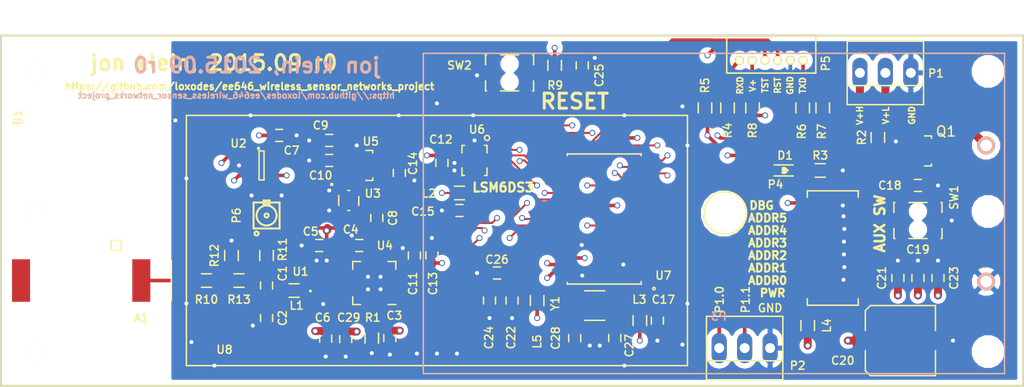
<source format=kicad_pcb>
(kicad_pcb (version 4) (host pcbnew "(2015-09-03 BZR 6154, Git 4636d8d)-product")
  (layers (0 F.Cu signal) (1 In1.Cu signal) (2 In2.Cu signal) (31 B.Cu signal hide) (34 B.Paste user) (35 F.Paste user) (36 B.SilkS user) (37 F.SilkS user) (38 B.Mask user) (39 F.Mask user) (44 Edge.Cuts user))
  (net 0 "")
  (net 1 "Net-(A1-Pad1)")
  (net 2 GND)
  (net 3 "Net-(C1-Pad1)")
  (net 4 "Net-(C1-Pad2)")
  (net 5 VCC)
  (net 6 "Net-(C8-Pad1)")
  (net 7 "Net-(C8-Pad2)")
  (net 8 "Net-(C10-Pad1)")
  (net 9 "Net-(C11-Pad1)")
  (net 10 /XTAL_EN)
  (net 11 "Net-(C15-Pad1)")
  (net 12 /AUXSW0)
  (net 13 "Net-(C22-Pad1)")
  (net 14 /RST)
  (net 15 /MSP_VCORE)
  (net 16 "Net-(C27-Pad2)")
  (net 17 "Net-(C28-Pad2)")
  (net 18 "Net-(D1-Pad2)")
  (net 19 /AUXLED0)
  (net 20 "Net-(L1-Pad2)")
  (net 21 "Net-(L4-Pad1)")
  (net 22 "Net-(P1-Pad2)")
  (net 23 "Net-(P1-Pad3)")
  (net 24 "Net-(P2-Pad2)")
  (net 25 "Net-(P2-Pad3)")
  (net 26 /SWADDR0)
  (net 27 /SWADDR1)
  (net 28 /SWADDR2)
  (net 29 /SWADDR3)
  (net 30 /SWADDR5)
  (net 31 /SWDEBUG)
  (net 32 /SWADDR4)
  (net 33 "Net-(P5-Pad1)")
  (net 34 "Net-(P5-Pad2)")
  (net 35 /TST)
  (net 36 "Net-(P5-Pad6)")
  (net 37 "Net-(P6-Pad1)")
  (net 38 "Net-(R1-Pad2)")
  (net 39 /MCU_RXD)
  (net 40 /MCU_TXD)
  (net 41 "Net-(R10-Pad1)")
  (net 42 "Net-(U1-Pad3)")
  (net 43 "Net-(U1-Pad4)")
  (net 44 /TC_CS)
  (net 45 /TC_SCK)
  (net 46 /TC_SIO)
  (net 47 /CC_SCLK)
  (net 48 /CC_SO)
  (net 49 "Net-(U4-Pad3)")
  (net 50 /CC_CSn)
  (net 51 "Net-(U4-Pad10)")
  (net 52 /CC_SI)
  (net 53 /LSM_MISO)
  (net 54 /LSM_INT1)
  (net 55 /LSM_MOSI)
  (net 56 /LSM_SCLK)
  (net 57 "Net-(U6-Pad10)")
  (net 58 "Net-(U6-Pad11)")
  (net 59 /LSM_CS)
  (net 60 /CC_GDO)
  (net 61 "Net-(A1-Pad2)")
  (net 62 "Net-(C17-Pad1)")
  (net 63 "Net-(U6-Pad9)")
  (net 64 "Net-(U7-Pad28)")
  (net 65 "Net-(P4-Pad9)")
  (module Capacitors_SMD:C_0603 (layer F.Cu) (at 122.9 114.3 270)
    (fp_text reference C6 (at -2.1 0.3 360) (layer F.SilkS) (effects (font (size 0.8 0.8))))
    (fp_text value "100 nF")
    (pad 1 smd rect (at -0.75 0 270) (size 0.8 0.75) (layers F.Cu F.Paste F.Mask) (net 5 VCC))
    (pad 2 smd rect (at 0.75 0 270) (size 0.8 0.75) (layers F.Cu F.Paste F.Mask) (net 2 GND))
  )
  (module sensornode:TSSOP_38_Pitch0.65mm (layer F.Cu) (at 150.7 101.05 180)
    (fp_text reference U7 (at -5.9 -6.95 180) (layer F.SilkS) (effects (font (size 0.8 0.8))))
    (fp_text value MSP430FR5739)
    (pad 1 smd rect (at -3.7 -7.15 180) (size 1.8 0.3) (layers F.Cu F.Paste F.Mask) (net 17 "Net-(C28-Pad2)"))
    (pad 2 smd rect (at -3.7 -6.5 180) (size 1.8 0.3) (layers F.Cu F.Paste F.Mask) (net 16 "Net-(C27-Pad2)"))
    (pad 3 smd rect (at -3.7 -5.85 180) (size 1.8 0.3) (layers F.Cu F.Paste F.Mask) (net 2 GND))
    (pad 4 smd rect (at -3.7 -5.2 180) (size 1.8 0.3) (layers F.Cu F.Paste F.Mask) (net 62 "Net-(C17-Pad1)"))
    (pad 5 smd rect (at -3.7 -4.55 180) (size 1.8 0.3) (layers F.Cu F.Paste F.Mask) (net 25 "Net-(P2-Pad3)"))
    (pad 6 smd rect (at -3.7 -3.9 180) (size 1.8 0.3) (layers F.Cu F.Paste F.Mask) (net 24 "Net-(P2-Pad2)"))
    (pad 7 smd rect (at -3.7 -3.25 180) (size 1.8 0.3) (layers F.Cu F.Paste F.Mask) (net 60 /CC_GDO))
    (pad 8 smd rect (at -3.7 -2.6 180) (size 1.8 0.3) (layers F.Cu F.Paste F.Mask) (net 26 /SWADDR0))
    (pad 9 smd rect (at -3.7 -1.95 180) (size 1.8 0.3) (layers F.Cu F.Paste F.Mask) (net 27 /SWADDR1))
    (pad 10 smd rect (at -3.7 -1.3 180) (size 1.8 0.3) (layers F.Cu F.Paste F.Mask) (net 28 /SWADDR2))
    (pad 11 smd rect (at -3.7 -0.65 180) (size 1.8 0.3) (layers F.Cu F.Paste F.Mask) (net 29 /SWADDR3))
    (pad 12 smd rect (at -3.7 0 180) (size 1.8 0.3) (layers F.Cu F.Paste F.Mask) (net 32 /SWADDR4))
    (pad 13 smd rect (at -3.7 0.65 180) (size 1.8 0.3) (layers F.Cu F.Paste F.Mask) (net 30 /SWADDR5))
    (pad 14 smd rect (at -3.7 1.3 180) (size 1.8 0.3) (layers F.Cu F.Paste F.Mask) (net 56 /LSM_SCLK))
    (pad 15 smd rect (at -3.7 1.95 180) (size 1.8 0.3) (layers F.Cu F.Paste F.Mask) (net 10 /XTAL_EN))
    (pad 16 smd rect (at -3.7 2.6 180) (size 1.8 0.3) (layers F.Cu F.Paste F.Mask) (net 19 /AUXLED0))
    (pad 17 smd rect (at -3.7 3.25 180) (size 1.8 0.3) (layers F.Cu F.Paste F.Mask) (net 12 /AUXSW0))
    (pad 18 smd rect (at -3.7 3.9 180) (size 1.8 0.3) (layers F.Cu F.Paste F.Mask) (net 54 /LSM_INT1))
    (pad 19 smd rect (at -3.7 4.55 180) (size 1.8 0.3) (layers F.Cu F.Paste F.Mask) (net 40 /MCU_TXD))
    (pad 20 smd rect (at 3.7 4.55 180) (size 1.8 0.3) (layers F.Cu F.Paste F.Mask) (net 39 /MCU_RXD))
    (pad 21 smd rect (at 3.7 3.9 180) (size 1.8 0.3) (layers F.Cu F.Paste F.Mask) (net 35 /TST))
    (pad 22 smd rect (at 3.7 3.25 180) (size 1.8 0.3) (layers F.Cu F.Paste F.Mask) (net 14 /RST))
    (pad 23 smd rect (at 3.7 2.6 180) (size 1.8 0.3) (layers F.Cu F.Paste F.Mask) (net 55 /LSM_MOSI))
    (pad 24 smd rect (at 3.7 1.95 180) (size 1.8 0.3) (layers F.Cu F.Paste F.Mask) (net 53 /LSM_MISO))
    (pad 25 smd rect (at 3.7 1.3 180) (size 1.8 0.3) (layers F.Cu F.Paste F.Mask) (net 47 /CC_SCLK))
    (pad 26 smd rect (at 3.7 0.65 180) (size 1.8 0.3) (layers F.Cu F.Paste F.Mask) (net 59 /LSM_CS))
    (pad 29 smd rect (at 3.7 -1.3 180) (size 1.8 0.3) (layers F.Cu F.Paste F.Mask) (net 50 /CC_CSn))
    (pad 30 smd rect (at 3.7 -1.95 180) (size 1.8 0.3) (layers F.Cu F.Paste F.Mask) (net 52 /CC_SI))
    (pad 31 smd rect (at 3.7 -2.6 180) (size 1.8 0.3) (layers F.Cu F.Paste F.Mask) (net 48 /CC_SO))
    (pad 32 smd rect (at 3.7 -3.25 180) (size 1.8 0.3) (layers F.Cu F.Paste F.Mask) (net 15 /MSP_VCORE))
    (pad 33 smd rect (at 3.7 -3.9 180) (size 1.8 0.3) (layers F.Cu F.Paste F.Mask) (net 2 GND))
    (pad 34 smd rect (at 3.7 -4.55 180) (size 1.8 0.3) (layers F.Cu F.Paste F.Mask) (net 13 "Net-(C22-Pad1)"))
    (pad 35 smd rect (at 3.7 -5.2 180) (size 1.8 0.3) (layers F.Cu F.Paste F.Mask) (net 45 /TC_SCK))
    (pad 37 smd rect (at 3.7 -6.5 180) (size 1.8 0.3) (layers F.Cu F.Paste F.Mask) (net 46 /TC_SIO))
    (pad 36 smd rect (at 3.7 -5.85 180) (size 1.8 0.3) (layers F.Cu F.Paste F.Mask) (net 44 /TC_CS))
    (pad 38 smd rect (at 3.7 -7.15 180) (size 1.8 0.3) (layers F.Cu F.Paste F.Mask) (net 2 GND))
    (pad 28 smd rect (at 3.7 -0.65 180) (size 1.8 0.3) (layers F.Cu F.Paste F.Mask) (net 64 "Net-(U7-Pad28)"))
    (pad 27 smd rect (at 3.7 0 180) (size 1.8 0.3) (layers F.Cu F.Paste F.Mask) (net 31 /SWDEBUG))
  )
  (module sensornode:ANT1204LL05R0915A (layer F.Cu) (at 98.5 108.5 180)
    (fp_text reference A1 (at -6 -3.75 180) (layer F.SilkS) (effects (font (size 0.8 0.8))))
    (fp_text value Antenna_2port)
    (pad 1 smd rect (at -6 0 180) (size 1.8 4.25) (layers F.Cu F.Paste F.Mask) (net 1 "Net-(A1-Pad1)"))
    (pad 2 smd rect (at 6 0 180) (size 1.8 4.25) (layers F.Cu F.Paste F.Mask) (net 61 "Net-(A1-Pad2)"))
  )
  (module Capacitors_SMD:C_0603 (layer F.Cu) (at 117 109 90)
    (fp_text reference C1 (at 1.2 1.6 90) (layer F.SilkS) (effects (font (size 0.8 0.8))))
    (fp_text value "100 pF NPO")
    (pad 1 smd rect (at -0.75 0 90) (size 0.8 0.75) (layers F.Cu F.Paste F.Mask) (net 3 "Net-(C1-Pad1)"))
    (pad 2 smd rect (at 0.75 0 90) (size 0.8 0.75) (layers F.Cu F.Paste F.Mask) (net 4 "Net-(C1-Pad2)"))
  )
  (module Capacitors_SMD:C_0603 (layer F.Cu) (at 117 112.25 270)
    (fp_text reference C2 (at 0 -1.6 270) (layer F.SilkS) (effects (font (size 0.8 0.8))))
    (fp_text value "1.8 pF")
    (pad 1 smd rect (at -0.75 0 270) (size 0.8 0.75) (layers F.Cu F.Paste F.Mask) (net 3 "Net-(C1-Pad1)"))
    (pad 2 smd rect (at 0.75 0 270) (size 0.8 0.75) (layers F.Cu F.Paste F.Mask) (net 2 GND))
  )
  (module Capacitors_SMD:C_0603 (layer F.Cu) (at 129.3 114.25 270)
    (fp_text reference C3 (at -2.25 -0.45 360) (layer F.SilkS) (effects (font (size 0.8 0.8))))
    (fp_text value "100 nF")
    (pad 1 smd rect (at -0.75 0 270) (size 0.8 0.75) (layers F.Cu F.Paste F.Mask) (net 5 VCC))
    (pad 2 smd rect (at 0.75 0 270) (size 0.8 0.75) (layers F.Cu F.Paste F.Mask) (net 2 GND))
  )
  (module Capacitors_SMD:C_0603 (layer F.Cu) (at 126.25 105 180)
    (fp_text reference C4 (at 0.85 1.6 180) (layer F.SilkS) (effects (font (size 0.8 0.8))))
    (fp_text value "100 nF")
    (pad 1 smd rect (at -0.75 0 180) (size 0.8 0.75) (layers F.Cu F.Paste F.Mask) (net 5 VCC))
    (pad 2 smd rect (at 0.75 0 180) (size 0.8 0.75) (layers F.Cu F.Paste F.Mask) (net 2 GND))
  )
  (module Capacitors_SMD:C_0603 (layer F.Cu) (at 122.25 105 180)
    (fp_text reference C5 (at 0.85 1.4 180) (layer F.SilkS) (effects (font (size 0.8 0.8))))
    (fp_text value "100 nF")
    (pad 1 smd rect (at -0.75 0 180) (size 0.8 0.75) (layers F.Cu F.Paste F.Mask) (net 5 VCC))
    (pad 2 smd rect (at 0.75 0 180) (size 0.8 0.75) (layers F.Cu F.Paste F.Mask) (net 2 GND))
  )
  (module Capacitors_SMD:C_0603 (layer F.Cu) (at 118.25 94)
    (fp_text reference C7 (at 1.25 1.5) (layer F.SilkS) (effects (font (size 0.8 0.8))))
    (fp_text value "100 nF")
    (pad 1 smd rect (at -0.75 0) (size 0.8 0.75) (layers F.Cu F.Paste F.Mask) (net 5 VCC))
    (pad 2 smd rect (at 0.75 0) (size 0.8 0.75) (layers F.Cu F.Paste F.Mask) (net 2 GND))
  )
  (module Capacitors_SMD:C_0603 (layer F.Cu) (at 128 102.25 90)
    (fp_text reference C8 (at 0 1.6 90) (layer F.SilkS) (effects (font (size 0.8 0.8))))
    (fp_text value "100 nF")
    (pad 1 smd rect (at -0.75 0 90) (size 0.8 0.75) (layers F.Cu F.Paste F.Mask) (net 6 "Net-(C8-Pad1)"))
    (pad 2 smd rect (at 0.75 0 90) (size 0.8 0.75) (layers F.Cu F.Paste F.Mask) (net 7 "Net-(C8-Pad2)"))
  )
  (module Capacitors_SMD:C_0603 (layer F.Cu) (at 123.25 94.5 180)
    (fp_text reference C9 (at 0.85 1.5 180) (layer F.SilkS) (effects (font (size 0.8 0.8))))
    (fp_text value "100 nF")
    (pad 1 smd rect (at -0.75 0 180) (size 0.8 0.75) (layers F.Cu F.Paste F.Mask) (net 8 "Net-(C10-Pad1)"))
    (pad 2 smd rect (at 0.75 0 180) (size 0.8 0.75) (layers F.Cu F.Paste F.Mask) (net 2 GND))
  )
  (module Capacitors_SMD:C_0603 (layer F.Cu) (at 123.25 96.5 180)
    (fp_text reference C10 (at 0.85 -1.5 180) (layer F.SilkS) (effects (font (size 0.8 0.8))))
    (fp_text value "1000 nF")
    (pad 1 smd rect (at -0.75 0 180) (size 0.8 0.75) (layers F.Cu F.Paste F.Mask) (net 8 "Net-(C10-Pad1)"))
    (pad 2 smd rect (at 0.75 0 180) (size 0.8 0.75) (layers F.Cu F.Paste F.Mask) (net 2 GND))
  )
  (module Capacitors_SMD:C_0603 (layer F.Cu) (at 131.75 106 90)
    (fp_text reference C11 (at -2.8 -0.15 90) (layer F.SilkS) (effects (font (size 0.8 0.8))))
    (fp_text value "100 nF")
    (pad 1 smd rect (at -0.75 0 90) (size 0.8 0.75) (layers F.Cu F.Paste F.Mask) (net 9 "Net-(C11-Pad1)"))
    (pad 2 smd rect (at 0.75 0 90) (size 0.8 0.75) (layers F.Cu F.Paste F.Mask) (net 2 GND))
  )
  (module Capacitors_SMD:C_0603 (layer F.Cu) (at 134.5 96.75 270)
    (fp_text reference C12 (at -2.35 0.1 360) (layer F.SilkS) (effects (font (size 0.8 0.8))))
    (fp_text value "100 nF")
    (pad 1 smd rect (at -0.75 0 270) (size 0.8 0.75) (layers F.Cu F.Paste F.Mask) (net 5 VCC))
    (pad 2 smd rect (at 0.75 0 270) (size 0.8 0.75) (layers F.Cu F.Paste F.Mask) (net 2 GND))
  )
  (module Capacitors_SMD:C_0603 (layer F.Cu) (at 133.5 106 90)
    (fp_text reference C13 (at -2.8 0.1 90) (layer F.SilkS) (effects (font (size 0.8 0.8))))
    (fp_text value "100 nF")
    (pad 1 smd rect (at -0.75 0 90) (size 0.8 0.75) (layers F.Cu F.Paste F.Mask) (net 5 VCC))
    (pad 2 smd rect (at 0.75 0 90) (size 0.8 0.75) (layers F.Cu F.Paste F.Mask) (net 2 GND))
  )
  (module Capacitors_SMD:C_0603 (layer F.Cu) (at 130.25 97.75 270)
    (fp_text reference C14 (at -0.95 -1.35 270) (layer F.SilkS) (effects (font (size 0.8 0.8))))
    (fp_text value "100 nF")
    (pad 1 smd rect (at -0.75 0 270) (size 0.8 0.75) (layers F.Cu F.Paste F.Mask) (net 10 /XTAL_EN))
    (pad 2 smd rect (at 0.75 0 270) (size 0.8 0.75) (layers F.Cu F.Paste F.Mask) (net 2 GND))
  )
  (module Capacitors_SMD:C_0603 (layer F.Cu) (at 136.25 101.5 180)
    (fp_text reference C15 (at 3.65 -0.1 180) (layer F.SilkS) (effects (font (size 0.8 0.8))))
    (fp_text value "100 nF")
    (pad 1 smd rect (at -0.75 0 180) (size 0.8 0.75) (layers F.Cu F.Paste F.Mask) (net 11 "Net-(C15-Pad1)"))
    (pad 2 smd rect (at 0.75 0 180) (size 0.8 0.75) (layers F.Cu F.Paste F.Mask) (net 2 GND))
  )
  (module Capacitors_SMD:C_0603 (layer F.Cu) (at 156 112.5 270)
    (fp_text reference C17 (at -2.1 -0.6 360) (layer F.SilkS) (effects (font (size 0.8 0.8))))
    (fp_text value "100 nF")
    (pad 1 smd rect (at -0.75 0 270) (size 0.8 0.75) (layers F.Cu F.Paste F.Mask) (net 62 "Net-(C17-Pad1)"))
    (pad 2 smd rect (at 0.75 0 270) (size 0.8 0.75) (layers F.Cu F.Paste F.Mask) (net 2 GND))
  )
  (module Capacitors_SMD:C_0603 (layer F.Cu) (at 182 99)
    (fp_text reference C18 (at -2.8 0) (layer F.SilkS) (effects (font (size 0.8 0.8))))
    (fp_text value "1 nF")
    (pad 1 smd rect (at -0.75 0) (size 0.8 0.75) (layers F.Cu F.Paste F.Mask) (net 12 /AUXSW0))
    (pad 2 smd rect (at 0.75 0) (size 0.8 0.75) (layers F.Cu F.Paste F.Mask) (net 2 GND))
  )
  (module Capacitors_SMD:C_0603 (layer F.Cu) (at 182 108.25 90)
    (fp_text reference C19 (at 2.85 0 180) (layer F.SilkS) (effects (font (size 0.8 0.8))))
    (fp_text value "100 nF")
    (pad 1 smd rect (at -0.75 0 90) (size 0.8 0.75) (layers F.Cu F.Paste F.Mask) (net 5 VCC))
    (pad 2 smd rect (at 0.75 0 90) (size 0.8 0.75) (layers F.Cu F.Paste F.Mask) (net 2 GND))
  )
  (module sensornode:CAP_POL_6p60mm (layer F.Cu) (at 180.25 114.5)
    (fp_text reference C20 (at -5.75 2) (layer F.SilkS) (effects (font (size 0.8 0.8))))
    (fp_text value "220 uF")
    (pad 1 smd rect (at -3 0) (size 3.5 1.6) (layers F.Cu F.Paste F.Mask) (net 5 VCC))
    (pad 2 smd rect (at 3 0) (size 3.5 1.6) (layers F.Cu F.Paste F.Mask) (net 2 GND))
  )
  (module Capacitors_SMD:C_0603 (layer F.Cu) (at 180 108.25 90)
    (fp_text reference C21 (at 0 -1.6 90) (layer F.SilkS) (effects (font (size 0.8 0.8))))
    (fp_text value "1 nF")
    (pad 1 smd rect (at -0.75 0 90) (size 0.8 0.75) (layers F.Cu F.Paste F.Mask) (net 5 VCC))
    (pad 2 smd rect (at 0.75 0 90) (size 0.8 0.75) (layers F.Cu F.Paste F.Mask) (net 2 GND))
  )
  (module Capacitors_SMD:C_0603 (layer F.Cu) (at 141.5 110.5 270)
    (fp_text reference C22 (at 3.7 0.1 270) (layer F.SilkS) (effects (font (size 0.8 0.8))))
    (fp_text value "1000 nF")
    (pad 1 smd rect (at -0.75 0 270) (size 0.8 0.75) (layers F.Cu F.Paste F.Mask) (net 13 "Net-(C22-Pad1)"))
    (pad 2 smd rect (at 0.75 0 270) (size 0.8 0.75) (layers F.Cu F.Paste F.Mask) (net 2 GND))
  )
  (module Capacitors_SMD:C_0603 (layer F.Cu) (at 184 108.25 90)
    (fp_text reference C23 (at 0 1.6 90) (layer F.SilkS) (effects (font (size 0.8 0.8))))
    (fp_text value "100 pF NPO")
    (pad 1 smd rect (at -0.75 0 90) (size 0.8 0.75) (layers F.Cu F.Paste F.Mask) (net 5 VCC))
    (pad 2 smd rect (at 0.75 0 90) (size 0.8 0.75) (layers F.Cu F.Paste F.Mask) (net 2 GND))
  )
  (module Capacitors_SMD:C_0603 (layer F.Cu) (at 139.25 110.5 270)
    (fp_text reference C24 (at 3.7 0.05 270) (layer F.SilkS) (effects (font (size 0.8 0.8))))
    (fp_text value "100 nF")
    (pad 1 smd rect (at -0.75 0 270) (size 0.8 0.75) (layers F.Cu F.Paste F.Mask) (net 13 "Net-(C22-Pad1)"))
    (pad 2 smd rect (at 0.75 0 270) (size 0.8 0.75) (layers F.Cu F.Paste F.Mask) (net 2 GND))
  )
  (module Capacitors_SMD:C_0603 (layer F.Cu) (at 148.5 87 90)
    (fp_text reference C25 (at -1 1.7 270) (layer F.SilkS) (effects (font (size 0.8 0.8))))
    (fp_text value "1 nF")
    (pad 1 smd rect (at -0.75 0 90) (size 0.8 0.75) (layers F.Cu F.Paste F.Mask) (net 14 /RST))
    (pad 2 smd rect (at 0.75 0 90) (size 0.8 0.75) (layers F.Cu F.Paste F.Mask) (net 2 GND))
  )
  (module Capacitors_SMD:C_0603 (layer F.Cu) (at 140 107.75 180)
    (fp_text reference C26 (at 0 1.35 180) (layer F.SilkS) (effects (font (size 0.8 0.8))))
    (fp_text value "470 nF")
    (pad 1 smd rect (at -0.75 0 180) (size 0.8 0.75) (layers F.Cu F.Paste F.Mask) (net 15 /MSP_VCORE))
    (pad 2 smd rect (at 0.75 0 180) (size 0.8 0.75) (layers F.Cu F.Paste F.Mask) (net 2 GND))
  )
  (module Capacitors_SMD:C_0603 (layer F.Cu) (at 151.75 114.25 90)
    (fp_text reference C27 (at -0.75 1.45 270) (layer F.SilkS) (effects (font (size 0.8 0.8))))
    (fp_text value "10 pF")
    (pad 1 smd rect (at -0.75 0 90) (size 0.8 0.75) (layers F.Cu F.Paste F.Mask) (net 2 GND))
    (pad 2 smd rect (at 0.75 0 90) (size 0.8 0.75) (layers F.Cu F.Paste F.Mask) (net 16 "Net-(C27-Pad2)"))
  )
  (module Capacitors_SMD:C_0603 (layer F.Cu) (at 147.75 114.25 90)
    (fp_text reference C28 (at 0 -1.9 90) (layer F.SilkS) (effects (font (size 0.8 0.8))))
    (fp_text value "10 pF")
    (pad 1 smd rect (at -0.75 0 90) (size 0.8 0.75) (layers F.Cu F.Paste F.Mask) (net 2 GND))
    (pad 2 smd rect (at 0.75 0 90) (size 0.8 0.75) (layers F.Cu F.Paste F.Mask) (net 17 "Net-(C28-Pad2)"))
  )
  (module LEDs:LED-0603 (layer F.Cu) (at 168.7493 97.5)
    (fp_text reference D1 (at 0 -1.5) (layer F.SilkS) (effects (font (size 0.8 0.8))))
    (fp_text value RED)
    (pad 2 smd rect (at 0.7493 0 180) (size 0.79756 0.79756) (layers F.Cu F.Paste F.Mask) (net 18 "Net-(D1-Pad2)"))
    (pad 1 smd rect (at -0.7493 0 180) (size 0.79756 0.79756) (layers F.Cu F.Paste F.Mask) (net 19 /AUXLED0))
  )
  (module Resistors_SMD:R_0603 (layer F.Cu) (at 119.75 109.5)
    (fp_text reference L1 (at 0.25 1.5) (layer F.SilkS) (effects (font (size 0.8 0.8))))
    (fp_text value "5.6 nH")
    (pad 1 smd rect (at -0.75 0) (size 0.5 0.9) (layers F.Cu F.Paste F.Mask) (net 3 "Net-(C1-Pad1)"))
    (pad 2 smd rect (at 0.75 0) (size 0.5 0.9) (layers F.Cu F.Paste F.Mask) (net 20 "Net-(L1-Pad2)"))
  )
  (module Resistors_SMD:R_0603 (layer F.Cu) (at 136.25 99.75 180)
    (fp_text reference L2 (at 3.05 -0.05 180) (layer F.SilkS) (effects (font (size 0.8 0.8))))
    (fp_text value "2.2 kOhm")
    (pad 1 smd rect (at -0.75 0 180) (size 0.5 0.9) (layers F.Cu F.Paste F.Mask) (net 11 "Net-(C15-Pad1)"))
    (pad 2 smd rect (at 0.75 0 180) (size 0.5 0.9) (layers F.Cu F.Paste F.Mask) (net 5 VCC))
  )
  (module Resistors_SMD:R_0603 (layer F.Cu) (at 154.25 112.5 270)
    (fp_text reference L3 (at -2.1 0.05 360) (layer F.SilkS) (effects (font (size 0.8 0.8))))
    (fp_text value "2.2 kOhm")
    (pad 1 smd rect (at -0.75 0 270) (size 0.5 0.9) (layers F.Cu F.Paste F.Mask) (net 62 "Net-(C17-Pad1)"))
    (pad 2 smd rect (at 0.75 0 270) (size 0.5 0.9) (layers F.Cu F.Paste F.Mask) (net 5 VCC))
  )
  (module Resistors_SMD:R_0603 (layer F.Cu) (at 171 113 270)
    (fp_text reference L4 (at 0 -1.9 270) (layer F.SilkS) (effects (font (size 0.8 0.8))))
    (fp_text value "2.2 kOhm")
    (pad 1 smd rect (at -0.75 0 270) (size 0.5 0.9) (layers F.Cu F.Paste F.Mask) (net 21 "Net-(L4-Pad1)"))
    (pad 2 smd rect (at 0.75 0 270) (size 0.5 0.9) (layers F.Cu F.Paste F.Mask) (net 5 VCC))
  )
  (module Resistors_SMD:R_0603 (layer F.Cu) (at 144 110.5 270)
    (fp_text reference L5 (at 4.1 0 270) (layer F.SilkS) (effects (font (size 0.8 0.8))))
    (fp_text value "2.2 kOhm")
    (pad 1 smd rect (at -0.75 0 270) (size 0.5 0.9) (layers F.Cu F.Paste F.Mask) (net 13 "Net-(C22-Pad1)"))
    (pad 2 smd rect (at 0.75 0 270) (size 0.5 0.9) (layers F.Cu F.Paste F.Mask) (net 5 VCC))
  )
  (module Connect:PINHEAD1-3 (layer F.Cu) (at 178.75 87.75 180)
    (fp_text reference P1 (at -5.05 -0.05 180) (layer F.SilkS) (effects (font (size 0.8 0.8))))
    (fp_text value CONN_01X03)
    (pad 1 thru_hole oval (at -2.54 0 180) (size 1.50622 3.01498) (drill 0.99822) (layers *.Cu *.Mask) (net 2 GND))
    (pad 2 thru_hole oval (at 0 0 180) (size 1.50622 3.01498) (drill 0.99822) (layers *.Cu *.Mask) (net 22 "Net-(P1-Pad2)"))
    (pad 3 thru_hole oval (at 2.54 0 180) (size 1.50622 3.01498) (drill 0.99822) (layers *.Cu *.Mask) (net 23 "Net-(P1-Pad3)"))
  )
  (module Connect:PINHEAD1-3 (layer F.Cu) (at 164.71 115.25 180)
    (fp_text reference P2 (at -5.29 -1.75 180) (layer F.SilkS) (effects (font (size 0.8 0.8))))
    (fp_text value CONN_01X03)
    (pad 1 thru_hole oval (at -2.54 0 180) (size 1.50622 3.01498) (drill 0.99822) (layers *.Cu *.Mask) (net 2 GND))
    (pad 2 thru_hole oval (at 0 0 180) (size 1.50622 3.01498) (drill 0.99822) (layers *.Cu *.Mask) (net 24 "Net-(P2-Pad2)"))
    (pad 3 thru_hole oval (at 2.54 0 180) (size 1.50622 3.01498) (drill 0.99822) (layers *.Cu *.Mask) (net 25 "Net-(P2-Pad3)"))
  )
  (module sensornode:BC2AAPC (layer B.Cu) (at 162.64 101.8)
    (fp_text reference P3 (at -0.508 10.287) (layer B.SilkS) (effects (font (size 0.8 0.8)) (justify mirror)))
    (fp_text value CONN_01X02)
    (pad 1 thru_hole circle (at 26.16 -6.8) (size 1.8 1.8) (drill 1.17) (layers *.Cu *.Mask B.SilkS) (net 22 "Net-(P1-Pad2)"))
    (pad 2 thru_hole circle (at 26.16 6.8) (size 1.8 1.8) (drill 1.17) (layers *.Cu *.Mask B.SilkS) (net 2 GND))
    (pad "" np_thru_hole circle (at 0 0) (size 3.56 3.56) (drill 3.56) (layers *.Cu *.Mask B.SilkS))
  )
  (module sensornode:CHS-08TA (layer F.Cu) (at 173.5 105.25)
    (fp_text reference P4 (at -5.715 -6.35) (layer F.SilkS) (effects (font (size 0.8 0.8))))
    (fp_text value DIL16)
    (pad 1 smd rect (at -2.54 -4.445) (size 1.6 0.76) (layers F.Cu F.Paste F.Mask) (net 31 /SWDEBUG))
    (pad 2 smd rect (at -2.54 -3.175) (size 1.6 0.76) (layers F.Cu F.Paste F.Mask) (net 30 /SWADDR5))
    (pad 3 smd rect (at -2.54 -1.905) (size 1.6 0.76) (layers F.Cu F.Paste F.Mask) (net 32 /SWADDR4))
    (pad 4 smd rect (at -2.54 -0.635) (size 1.6 0.76) (layers F.Cu F.Paste F.Mask) (net 29 /SWADDR3))
    (pad 5 smd rect (at -2.54 0.635) (size 1.6 0.76) (layers F.Cu F.Paste F.Mask) (net 28 /SWADDR2))
    (pad 6 smd rect (at -2.54 1.905) (size 1.6 0.76) (layers F.Cu F.Paste F.Mask) (net 27 /SWADDR1))
    (pad 7 smd rect (at -2.54 3.175) (size 1.6 0.76) (layers F.Cu F.Paste F.Mask) (net 26 /SWADDR0))
    (pad 10 smd rect (at 2.54 3.175) (size 1.6 0.76) (layers F.Cu F.Paste F.Mask) (net 2 GND))
    (pad 11 smd rect (at 2.54 1.905) (size 1.6 0.76) (layers F.Cu F.Paste F.Mask) (net 2 GND))
    (pad 12 smd rect (at 2.54 0.635) (size 1.6 0.76) (layers F.Cu F.Paste F.Mask) (net 2 GND))
    (pad 13 smd rect (at 2.54 -0.635) (size 1.6 0.76) (layers F.Cu F.Paste F.Mask) (net 2 GND))
    (pad 14 smd rect (at 2.54 -1.905) (size 1.6 0.76) (layers F.Cu F.Paste F.Mask) (net 2 GND))
    (pad 15 smd rect (at 2.54 -3.175) (size 1.6 0.76) (layers F.Cu F.Paste F.Mask) (net 2 GND))
    (pad 9 smd rect (at 2.54 4.445) (size 1.6 0.76) (layers F.Cu F.Paste F.Mask) (net 65 "Net-(P4-Pad9)"))
    (pad 8 smd rect (at -2.54 4.445) (size 1.6 0.76) (layers F.Cu F.Paste F.Mask) (net 21 "Net-(L4-Pad1)"))
    (pad 16 smd rect (at 2.54 -4.445) (size 1.6 0.76) (layers F.Cu F.Paste F.Mask) (net 2 GND))
  )
  (module sensornode:LPPB061NGCN-RC (layer F.Cu) (at 167.365 86.5)
    (fp_text reference P5 (at 5.435 0.3 90) (layer F.SilkS) (effects (font (size 0.8 0.8))))
    (fp_text value CONN_01X06)
    (pad 1 thru_hole circle (at -3.175 0) (size 0.9 0.9) (drill 0.6) (layers *.Cu *.Mask F.SilkS) (net 33 "Net-(P5-Pad1)"))
    (pad 2 thru_hole circle (at -1.905 0) (size 0.9 0.9) (drill 0.6) (layers *.Cu *.Mask F.SilkS) (net 34 "Net-(P5-Pad2)"))
    (pad 3 thru_hole circle (at -0.635 0) (size 0.9 0.9) (drill 0.6) (layers *.Cu *.Mask F.SilkS) (net 35 /TST))
    (pad 4 thru_hole circle (at 0.635 0) (size 0.9 0.9) (drill 0.6) (layers *.Cu *.Mask F.SilkS) (net 14 /RST))
    (pad 5 thru_hole circle (at 1.905 0) (size 0.9 0.9) (drill 0.6) (layers *.Cu *.Mask F.SilkS) (net 2 GND))
    (pad 6 thru_hole circle (at 3.175 0) (size 0.9 0.9) (drill 0.6) (layers *.Cu *.Mask F.SilkS) (net 36 "Net-(P5-Pad6)"))
  )
  (module sensornode:U.FL-COAX (layer F.Cu) (at 117 102 90)
    (fp_text reference P6 (at 0 -3 90) (layer F.SilkS) (effects (font (size 0.8 0.8))))
    (fp_text value CONN_01X03 hide)
    (pad 1 smd rect (at -1.5 0 90) (size 1 1) (layers F.Cu F.Paste F.Mask) (net 37 "Net-(P6-Pad1)"))
    (pad 2 smd rect (at 0 -1.5 90) (size 2.2 1) (layers F.Cu F.Paste F.Mask) (net 2 GND))
    (pad 3 smd rect (at 0 1.5 90) (size 2.2 1) (layers F.Cu F.Paste F.Mask) (net 2 GND))
  )
  (module Resistors_SMD:R_0603 (layer F.Cu) (at 127.5 114.25 90)
    (fp_text reference R1 (at 2.05 0.1 180) (layer F.SilkS) (effects (font (size 0.8 0.8))))
    (fp_text value 56k)
    (pad 1 smd rect (at -0.75 0 90) (size 0.5 0.9) (layers F.Cu F.Paste F.Mask) (net 2 GND))
    (pad 2 smd rect (at 0.75 0 90) (size 0.5 0.9) (layers F.Cu F.Paste F.Mask) (net 38 "Net-(R1-Pad2)"))
  )
  (module Resistors_SMD:R_0603 (layer F.Cu) (at 178 94.2 90)
    (fp_text reference R2 (at 0 -1.6 90) (layer F.SilkS) (effects (font (size 0.8 0.8))))
    (fp_text value 1)
    (pad 1 smd rect (at -0.75 0 90) (size 0.5 0.9) (layers F.Cu F.Paste F.Mask) (net 23 "Net-(P1-Pad3)"))
    (pad 2 smd rect (at 0.75 0 90) (size 0.5 0.9) (layers F.Cu F.Paste F.Mask) (net 22 "Net-(P1-Pad2)"))
  )
  (module Resistors_SMD:R_0603 (layer F.Cu) (at 172.25 97.5)
    (fp_text reference R3 (at 0 -1.5) (layer F.SilkS) (effects (font (size 0.8 0.8))))
    (fp_text value 56k)
    (pad 1 smd rect (at -0.75 0) (size 0.5 0.9) (layers F.Cu F.Paste F.Mask) (net 18 "Net-(D1-Pad2)"))
    (pad 2 smd rect (at 0.75 0) (size 0.5 0.9) (layers F.Cu F.Paste F.Mask) (net 2 GND))
  )
  (module Resistors_SMD:R_0603 (layer F.Cu) (at 163 91.25 270)
    (fp_text reference R4 (at 2.25 0 270) (layer F.SilkS) (effects (font (size 0.8 0.8))))
    (fp_text value 0)
    (pad 1 smd rect (at -0.75 0 270) (size 0.5 0.9) (layers F.Cu F.Paste F.Mask) (net 33 "Net-(P5-Pad1)"))
    (pad 2 smd rect (at 0.75 0 270) (size 0.5 0.9) (layers F.Cu F.Paste F.Mask) (net 39 /MCU_RXD))
  )
  (module Resistors_SMD:R_0603 (layer F.Cu) (at 160.75 91.25 270)
    (fp_text reference R5 (at -2.25 0 270) (layer F.SilkS) (effects (font (size 0.8 0.8))))
    (fp_text value 0)
    (pad 1 smd rect (at -0.75 0 270) (size 0.5 0.9) (layers F.Cu F.Paste F.Mask) (net 33 "Net-(P5-Pad1)"))
    (pad 2 smd rect (at 0.75 0 270) (size 0.5 0.9) (layers F.Cu F.Paste F.Mask) (net 40 /MCU_TXD))
  )
  (module Resistors_SMD:R_0603 (layer F.Cu) (at 170.5 91.25 270)
    (fp_text reference R6 (at 2.35 0.1 270) (layer F.SilkS) (effects (font (size 0.8 0.8))))
    (fp_text value 0)
    (pad 1 smd rect (at -0.75 0 270) (size 0.5 0.9) (layers F.Cu F.Paste F.Mask) (net 36 "Net-(P5-Pad6)"))
    (pad 2 smd rect (at 0.75 0 270) (size 0.5 0.9) (layers F.Cu F.Paste F.Mask) (net 39 /MCU_RXD))
  )
  (module Resistors_SMD:R_0603 (layer F.Cu) (at 172.5 91.25 270)
    (fp_text reference R7 (at 2.35 0.1 270) (layer F.SilkS) (effects (font (size 0.8 0.8))))
    (fp_text value 0)
    (pad 1 smd rect (at -0.75 0 270) (size 0.5 0.9) (layers F.Cu F.Paste F.Mask) (net 36 "Net-(P5-Pad6)"))
    (pad 2 smd rect (at 0.75 0 270) (size 0.5 0.9) (layers F.Cu F.Paste F.Mask) (net 40 /MCU_TXD))
  )
  (module Resistors_SMD:R_0603 (layer F.Cu) (at 165.5 91.25 270)
    (fp_text reference R8 (at 2.25 0 270) (layer F.SilkS) (effects (font (size 0.8 0.8))))
    (fp_text value DNP)
    (pad 1 smd rect (at -0.75 0 270) (size 0.5 0.9) (layers F.Cu F.Paste F.Mask) (net 34 "Net-(P5-Pad2)"))
    (pad 2 smd rect (at 0.75 0 270) (size 0.5 0.9) (layers F.Cu F.Paste F.Mask) (net 5 VCC))
  )
  (module Resistors_SMD:R_0603 (layer F.Cu) (at 145.75 87 270)
    (fp_text reference R9 (at 2 -0.05 360) (layer F.SilkS) (effects (font (size 0.8 0.8))))
    (fp_text value 56k)
    (pad 1 smd rect (at -0.75 0 270) (size 0.5 0.9) (layers F.Cu F.Paste F.Mask) (net 5 VCC))
    (pad 2 smd rect (at 0.75 0 270) (size 0.5 0.9) (layers F.Cu F.Paste F.Mask) (net 14 /RST))
  )
  (module Resistors_SMD:R_0603 (layer F.Cu) (at 111 108.5 180)
    (fp_text reference R10 (at 0 -1.9 180) (layer F.SilkS) (effects (font (size 0.8 0.8))))
    (fp_text value 0)
    (pad 1 smd rect (at -0.75 0 180) (size 0.5 0.9) (layers F.Cu F.Paste F.Mask) (net 41 "Net-(R10-Pad1)"))
    (pad 2 smd rect (at 0.75 0 180) (size 0.5 0.9) (layers F.Cu F.Paste F.Mask) (net 1 "Net-(A1-Pad1)"))
  )
  (module Resistors_SMD:R_0603 (layer F.Cu) (at 117 106 90)
    (fp_text reference R11 (at 0.6 1.6 90) (layer F.SilkS) (effects (font (size 0.8 0.8))))
    (fp_text value DNP)
    (pad 1 smd rect (at -0.75 0 90) (size 0.5 0.9) (layers F.Cu F.Paste F.Mask) (net 4 "Net-(C1-Pad2)"))
    (pad 2 smd rect (at 0.75 0 90) (size 0.5 0.9) (layers F.Cu F.Paste F.Mask) (net 37 "Net-(P6-Pad1)"))
  )
  (module Resistors_SMD:R_0603 (layer F.Cu) (at 113.5 106 270)
    (fp_text reference R12 (at 0 1.7 270) (layer F.SilkS) (effects (font (size 0.8 0.8))))
    (fp_text value DNP)
    (pad 1 smd rect (at -0.75 0 270) (size 0.5 0.9) (layers F.Cu F.Paste F.Mask) (net 2 GND))
    (pad 2 smd rect (at 0.75 0 270) (size 0.5 0.9) (layers F.Cu F.Paste F.Mask) (net 41 "Net-(R10-Pad1)"))
  )
  (module Resistors_SMD:R_0603 (layer F.Cu) (at 114.25 108.5 180)
    (fp_text reference R13 (at 0 -1.9 180) (layer F.SilkS) (effects (font (size 0.8 0.8))))
    (fp_text value 0)
    (pad 1 smd rect (at -0.75 0 180) (size 0.5 0.9) (layers F.Cu F.Paste F.Mask) (net 4 "Net-(C1-Pad2)"))
    (pad 2 smd rect (at 0.75 0 180) (size 0.5 0.9) (layers F.Cu F.Paste F.Mask) (net 41 "Net-(R10-Pad1)"))
  )
  (module sensornode:PTS820J20MSMTRLFS (layer F.Cu) (at 182 102.5)
    (fp_text reference SW1 (at 3.6 -2.3 90) (layer F.SilkS) (effects (font (size 0.8 0.8))))
    (fp_text value SW_PUSH)
    (pad "" np_thru_hole circle (at 0 -0.9) (size 0.8 0.8) (drill 0.8) (layers *.Cu *.Mask F.SilkS))
    (pad "" np_thru_hole circle (at 0 0.9) (size 0.8 0.8) (drill 0.8) (layers *.Cu *.Mask F.SilkS))
    (pad 1 smd rect (at -2.1 0) (size 0.95 1.4) (layers F.Cu F.Paste F.Mask) (net 12 /AUXSW0))
    (pad 2 smd rect (at 2.1 0) (size 0.95 1.4) (layers F.Cu F.Paste F.Mask) (net 2 GND))
    (pad 3 smd rect (at -1.6 -1.6) (size 1.15 0.75) (layers F.Cu F.Paste F.Mask))
    (pad 4 smd rect (at 1.6 1.6) (size 1.15 0.75) (layers F.Cu F.Paste F.Mask))
    (pad 5 smd rect (at 1.6 -1.6) (size 1.15 0.75) (layers F.Cu F.Paste F.Mask))
    (pad 6 smd rect (at -1.6 1.6) (size 1.15 0.75) (layers F.Cu F.Paste F.Mask))
  )
  (module sensornode:PTS820J20MSMTRLFS (layer F.Cu) (at 141.25 87.75 180)
    (fp_text reference SW2 (at 5 0.75 180) (layer F.SilkS) (effects (font (size 0.8 0.8))))
    (fp_text value SW_PUSH)
    (pad "" np_thru_hole circle (at 0 -0.9 180) (size 0.8 0.8) (drill 0.8) (layers *.Cu *.Mask F.SilkS))
    (pad "" np_thru_hole circle (at 0 0.9 180) (size 0.8 0.8) (drill 0.8) (layers *.Cu *.Mask F.SilkS))
    (pad 1 smd rect (at -2.1 0 180) (size 0.95 1.4) (layers F.Cu F.Paste F.Mask) (net 14 /RST))
    (pad 2 smd rect (at 2.1 0 180) (size 0.95 1.4) (layers F.Cu F.Paste F.Mask) (net 2 GND))
    (pad 3 smd rect (at -1.6 -1.6 180) (size 1.15 0.75) (layers F.Cu F.Paste F.Mask))
    (pad 4 smd rect (at 1.6 1.6 180) (size 1.15 0.75) (layers F.Cu F.Paste F.Mask))
    (pad 5 smd rect (at 1.6 -1.6 180) (size 1.15 0.75) (layers F.Cu F.Paste F.Mask))
    (pad 6 smd rect (at -1.6 1.6 180) (size 1.15 0.75) (layers F.Cu F.Paste F.Mask))
  )
  (module sensornode:0896BM15A0001E (layer F.Cu) (at 122.65 108.6 180)
    (fp_text reference U1 (at 2.25 1 180) (layer F.SilkS) (effects (font (size 0.8 0.8))))
    (fp_text value 0896BM15A0001)
    (pad 1 smd rect (at 0.65 -0.9 180) (size 0.35 1) (layers F.Cu F.Paste F.Mask) (net 20 "Net-(L1-Pad2)"))
    (pad 2 smd rect (at 0 -0.9 180) (size 0.35 1) (layers F.Cu F.Paste F.Mask) (net 2 GND))
    (pad 3 smd rect (at -0.65 -0.9 180) (size 0.35 1) (layers F.Cu F.Paste F.Mask) (net 42 "Net-(U1-Pad3)"))
    (pad 4 smd rect (at -0.65 0.9 180) (size 0.35 1) (layers F.Cu F.Paste F.Mask) (net 43 "Net-(U1-Pad4)"))
    (pad 5 smd rect (at 0 0.9 180) (size 0.35 1) (layers F.Cu F.Paste F.Mask) (net 2 GND))
    (pad 6 smd rect (at 0.65 0.9 180) (size 0.35 1) (layers F.Cu F.Paste F.Mask) (net 2 GND))
  )
  (module Housings_SOT-23_SOT-143_TSOT-6:SOT-23-5 (layer F.Cu) (at 116.5 97)
    (fp_text reference U2 (at -2.3 -2.2) (layer F.SilkS) (effects (font (size 0.8 0.8))))
    (fp_text value TC77)
    (pad 1 smd rect (at -1.1 -0.95) (size 1.06 0.65) (layers F.Cu F.Paste F.Mask) (net 44 /TC_CS))
    (pad 2 smd rect (at -1.1 0) (size 1.06 0.65) (layers F.Cu F.Paste F.Mask) (net 2 GND))
    (pad 3 smd rect (at -1.1 0.95) (size 1.06 0.65) (layers F.Cu F.Paste F.Mask) (net 45 /TC_SCK))
    (pad 4 smd rect (at 1.1 0.95) (size 1.06 0.65) (layers F.Cu F.Paste F.Mask) (net 46 /TC_SIO))
    (pad 5 smd rect (at 1.1 -0.95) (size 1.06 0.65) (layers F.Cu F.Paste F.Mask) (net 5 VCC))
  )
  (module sensornode:NT2016SA (layer F.Cu) (at 125.2 100.5 270)
    (fp_text reference U3 (at -0.7 -2.4 360) (layer F.SilkS) (effects (font (size 0.8 0.8))))
    (fp_text value TCXO)
    (pad 1 smd rect (at -1 0.7 270) (size 0.7 0.9) (layers F.Cu F.Paste F.Mask) (net 2 GND))
    (pad 2 smd rect (at 1 0.7 270) (size 0.7 0.9) (layers F.Cu F.Paste F.Mask) (net 2 GND))
    (pad 3 smd rect (at 1 -0.7 270) (size 0.7 0.9) (layers F.Cu F.Paste F.Mask) (net 7 "Net-(C8-Pad2)"))
    (pad 4 smd rect (at -1 -0.7 270) (size 0.7 0.9) (layers F.Cu F.Paste F.Mask) (net 8 "Net-(C10-Pad1)"))
  )
  (module Housings_DFN_QFN:QFN-20-1EP_4x4mm_Pitch0.5mm (layer F.Cu) (at 127.75 108.75 180)
    (fp_text reference U4 (at -1.05 3.75 180) (layer F.SilkS) (effects (font (size 0.8 0.8))))
    (fp_text value CC110L)
    (pad 1 smd rect (at -1.965 -1 180) (size 0.73 0.3) (layers F.Cu F.Paste F.Mask) (net 47 /CC_SCLK))
    (pad 2 smd rect (at -1.965 -0.5 180) (size 0.73 0.3) (layers F.Cu F.Paste F.Mask) (net 48 /CC_SO))
    (pad 3 smd rect (at -1.965 0 180) (size 0.73 0.3) (layers F.Cu F.Paste F.Mask) (net 49 "Net-(U4-Pad3)"))
    (pad 4 smd rect (at -1.965 0.5 180) (size 0.73 0.3) (layers F.Cu F.Paste F.Mask) (net 5 VCC))
    (pad 5 smd rect (at -1.965 1 180) (size 0.73 0.3) (layers F.Cu F.Paste F.Mask) (net 9 "Net-(C11-Pad1)"))
    (pad 6 smd rect (at -1 1.965 270) (size 0.73 0.3) (layers F.Cu F.Paste F.Mask) (net 60 /CC_GDO))
    (pad 7 smd rect (at -0.5 1.965 270) (size 0.73 0.3) (layers F.Cu F.Paste F.Mask) (net 50 /CC_CSn))
    (pad 8 smd rect (at 0 1.965 270) (size 0.73 0.3) (layers F.Cu F.Paste F.Mask) (net 6 "Net-(C8-Pad1)"))
    (pad 9 smd rect (at 0.5 1.965 270) (size 0.73 0.3) (layers F.Cu F.Paste F.Mask) (net 5 VCC))
    (pad 10 smd rect (at 1 1.965 270) (size 0.73 0.3) (layers F.Cu F.Paste F.Mask) (net 51 "Net-(U4-Pad10)"))
    (pad 11 smd rect (at 1.965 1 180) (size 0.73 0.3) (layers F.Cu F.Paste F.Mask) (net 5 VCC))
    (pad 12 smd rect (at 1.965 0.5 180) (size 0.73 0.3) (layers F.Cu F.Paste F.Mask) (net 43 "Net-(U1-Pad4)"))
    (pad 13 smd rect (at 1.965 0 180) (size 0.73 0.3) (layers F.Cu F.Paste F.Mask) (net 42 "Net-(U1-Pad3)"))
    (pad 14 smd rect (at 1.965 -0.5 180) (size 0.73 0.3) (layers F.Cu F.Paste F.Mask) (net 5 VCC))
    (pad 15 smd rect (at 1.965 -1 180) (size 0.73 0.3) (layers F.Cu F.Paste F.Mask) (net 5 VCC))
    (pad 16 smd rect (at 1 -1.965 270) (size 0.73 0.3) (layers F.Cu F.Paste F.Mask) (net 2 GND))
    (pad 17 smd rect (at 0.5 -1.965 270) (size 0.73 0.3) (layers F.Cu F.Paste F.Mask) (net 38 "Net-(R1-Pad2)"))
    (pad 18 smd rect (at 0 -1.965 270) (size 0.73 0.3) (layers F.Cu F.Paste F.Mask) (net 5 VCC))
    (pad 19 smd rect (at -0.5 -1.965 270) (size 0.73 0.3) (layers F.Cu F.Paste F.Mask) (net 2 GND))
    (pad 20 smd rect (at -1 -1.965 270) (size 0.73 0.3) (layers F.Cu F.Paste F.Mask) (net 52 /CC_SI))
    (pad 21 smd rect (at 0.625 0.625 180) (size 1.25 1.25) (layers F.Cu F.Paste F.Mask) (net 2 GND))
    (pad 21 smd rect (at 0.625 -0.625 180) (size 1.25 1.25) (layers F.Cu F.Paste F.Mask) (net 2 GND))
    (pad 21 smd rect (at -0.625 0.625 180) (size 1.25 1.25) (layers F.Cu F.Paste F.Mask) (net 2 GND))
    (pad 21 smd rect (at -0.625 -0.625 180) (size 1.25 1.25) (layers F.Cu F.Paste F.Mask) (net 2 GND))
  )
  (module Housings_SOT-23_SOT-143_TSOT-6:SOT-23 (layer F.Cu) (at 126.95 97 270)
    (fp_text reference U5 (at -2.4 -0.45 360) (layer F.SilkS) (effects (font (size 0.8 0.8))))
    (fp_text value MCP1700)
    (pad 1 smd rect (at -0.95 1.00076 270) (size 0.8001 0.8001) (layers F.Cu F.Paste F.Mask) (net 2 GND))
    (pad 2 smd rect (at 0.95 1.00076 270) (size 0.8001 0.8001) (layers F.Cu F.Paste F.Mask) (net 8 "Net-(C10-Pad1)"))
    (pad 3 smd rect (at 0 -0.99822 270) (size 0.8001 0.8001) (layers F.Cu F.Paste F.Mask) (net 10 /XTAL_EN))
  )
  (module sensornode:ST_LGA_14 (layer F.Cu) (at 137.75 96.5 270)
    (fp_text reference U6 (at -3.1 -0.25 360) (layer F.SilkS) (effects (font (size 0.8 0.8))))
    (fp_text value LSM6DS3)
    (pad 1 smd rect (at -1.25 -0.75 270) (size 0.7 0.25) (layers F.Cu F.Paste F.Mask) (net 53 /LSM_MISO))
    (pad 2 smd rect (at -1.25 -0.25 270) (size 0.7 0.25) (layers F.Cu F.Paste F.Mask) (net 2 GND))
    (pad 3 smd rect (at -1.25 0.25 270) (size 0.7 0.25) (layers F.Cu F.Paste F.Mask) (net 2 GND))
    (pad 4 smd rect (at -1.25 0.75 270) (size 0.7 0.25) (layers F.Cu F.Paste F.Mask) (net 54 /LSM_INT1))
    (pad 5 smd rect (at -0.5 1 270) (size 0.25 0.7) (layers F.Cu F.Paste F.Mask) (net 5 VCC))
    (pad 6 smd rect (at 0 1 270) (size 0.25 0.7) (layers F.Cu F.Paste F.Mask) (net 2 GND))
    (pad 7 smd rect (at 0.5 1 270) (size 0.25 0.7) (layers F.Cu F.Paste F.Mask) (net 2 GND))
    (pad 14 smd rect (at -0.5 -1 270) (size 0.25 0.7) (layers F.Cu F.Paste F.Mask) (net 55 /LSM_MOSI))
    (pad 13 smd rect (at 0 -1 270) (size 0.25 0.7) (layers F.Cu F.Paste F.Mask) (net 56 /LSM_SCLK))
    (pad 12 smd rect (at 0.5 -1 270) (size 0.25 0.7) (layers F.Cu F.Paste F.Mask) (net 59 /LSM_CS))
    (pad 8 smd rect (at 1.25 0.75 270) (size 0.7 0.25) (layers F.Cu F.Paste F.Mask) (net 11 "Net-(C15-Pad1)"))
    (pad 9 smd rect (at 1.25 0.25 270) (size 0.7 0.25) (layers F.Cu F.Paste F.Mask) (net 63 "Net-(U6-Pad9)"))
    (pad 10 smd rect (at 1.25 -0.25 270) (size 0.7 0.25) (layers F.Cu F.Paste F.Mask) (net 57 "Net-(U6-Pad10)"))
    (pad 11 smd rect (at 1.25 -0.75 270) (size 0.7 0.25) (layers F.Cu F.Paste F.Mask) (net 58 "Net-(U6-Pad11)"))
  )
  (module Resistors_SMD:R_1210_HandSoldering (layer F.Cu) (at 149.75 111 180)
    (fp_text reference Y1 (at 3.95 0.2 270) (layer F.SilkS) (effects (font (size 0.8 0.8))))
    (fp_text value Crystal_Small)
    (pad 1 smd rect (at -2 0 180) (size 2 2.5) (layers F.Cu F.Paste F.Mask) (net 16 "Net-(C27-Pad2)"))
    (pad 2 smd rect (at 2 0 180) (size 2 2.5) (layers F.Cu F.Paste F.Mask) (net 17 "Net-(C28-Pad2)"))
  )
  (module Capacitors_SMD:C_0603 (layer F.Cu) (at 124.9 114.35 270)
    (fp_text reference C29 (at -2.15 -0.3 360) (layer F.SilkS) (effects (font (size 0.8 0.8))))
    (fp_text value "100 nF")
    (pad 1 smd rect (at -0.75 0 270) (size 0.8 0.75) (layers F.Cu F.Paste F.Mask) (net 5 VCC))
    (pad 2 smd rect (at 0.75 0 270) (size 0.8 0.75) (layers F.Cu F.Paste F.Mask) (net 2 GND))
  )
  (module sensornode:1555CF22 (layer F.Cu) (at 94 101.6)
    (fp_text reference B1 (at -1.8 -9.4 270) (layer F.SilkS) (effects (font (size 0.8 0.8))))
    (fp_text value 1555C2F22GY)
    (pad "" np_thru_hole circle (at 0 0) (size 2.25 2.25) (drill 2.25) (layers *.Cu *.Mask F.SilkS))
    (pad "" np_thru_hole circle (at 95 0) (size 2.25 2.25) (drill 2.25) (layers *.Cu *.Mask F.SilkS))
    (pad "" np_thru_hole circle (at 0 -14) (size 2.25 2.25) (drill 2.25) (layers *.Cu *.Mask F.SilkS))
    (pad "" np_thru_hole circle (at 0 14) (size 2.25 2.25) (drill 2.25) (layers *.Cu *.Mask F.SilkS))
    (pad "" np_thru_hole circle (at 95 14) (size 2.25 2.25) (drill 2.25) (layers *.Cu *.Mask F.SilkS))
    (pad "" np_thru_hole circle (at 95 -14) (size 2.25 2.25) (drill 2.25) (layers *.Cu *.Mask F.SilkS))
  )
  (module sensornode:S01-50250500 (layer F.Cu) (at 109 117)
    (fp_text reference U8 (at 3.8 -1.6) (layer F.SilkS) (effects (font (size 0.8 0.8))))
    (fp_text value S01-50250500)
    (pad 1 smd rect (at 25 -25) (size 1.4 1.2) (layers F.Cu F.Paste F.Mask) (net 2 GND))
    (pad 2 smd rect (at 27 -25) (size 2 1.2) (layers F.Cu F.Paste F.Mask) (net 2 GND))
    (pad 3 smd rect (at 23 -25) (size 2 1.2) (layers F.Cu F.Paste F.Mask) (net 2 GND))
    (pad 18 smd rect (at 27 0) (size 2 1.2) (layers F.Cu F.Paste F.Mask) (net 2 GND))
    (pad 5 smd rect (at 25 0) (size 1.4 1.2) (layers F.Cu F.Paste F.Mask) (net 2 GND))
    (pad 4 smd rect (at 23 0) (size 2 1.2) (layers F.Cu F.Paste F.Mask) (net 2 GND))
    (pad 6 smd rect (at 0.5 -24.5) (size 2.1 2.1) (layers F.Cu F.Paste F.Mask) (net 2 GND))
    (pad 7 smd rect (at 0.5 -0.5) (size 2.1 2.1) (layers F.Cu F.Paste F.Mask) (net 2 GND))
    (pad 8 smd rect (at 49.5 -0.5) (size 2.1 2.1) (layers F.Cu F.Paste F.Mask) (net 2 GND))
    (pad 9 smd rect (at 49.5 -24.5) (size 2.1 2.1) (layers F.Cu F.Paste F.Mask) (net 2 GND))
    (pad 10 smd rect (at 4.5 -25) (size 2 1) (layers F.Cu F.Paste F.Mask) (net 2 GND))
    (pad 11 smd rect (at 4.5 0) (size 2 1) (layers F.Cu F.Paste F.Mask) (net 2 GND))
    (pad 12 smd rect (at 45.5 0) (size 2 1) (layers F.Cu F.Paste F.Mask) (net 2 GND))
    (pad 13 smd rect (at 45.5 -25) (size 2 1) (layers F.Cu F.Paste F.Mask) (net 2 GND))
    (pad 14 smd rect (at 0 -20.5) (size 1 2) (layers F.Cu F.Paste F.Mask) (net 2 GND))
    (pad 15 smd rect (at 0 -4.5) (size 1 2) (layers F.Cu F.Paste F.Mask) (net 2 GND))
    (pad 16 smd rect (at 50 -4.5) (size 1 2) (layers F.Cu F.Paste F.Mask) (net 2 GND))
    (pad 17 smd rect (at 50 -20.5) (size 1 2) (layers F.Cu F.Paste F.Mask) (net 2 GND))
  )
  (module Housings_SOT-23_SOT-143_TSOT-6:SOT-23_Handsoldering (layer F.Cu) (at 182.70114 95.55 270)
    (fp_text reference Q1 (at -1.95 -2.09886 360) (layer F.SilkS))
    (fp_text value Q_PMOS_GDS)
    (pad 1 smd rect (at -0.95 1.50114 270) (size 0.8001 1.80086) (layers F.Cu F.Paste F.Mask) (net 2 GND))
    (pad 2 smd rect (at 0.95 1.50114 270) (size 0.8001 1.80086) (layers F.Cu F.Paste F.Mask) (net 23 "Net-(P1-Pad3)"))
    (pad 3 smd rect (at 0 -1.50114 270) (size 0.8001 1.80086) (layers F.Cu F.Paste F.Mask) (net 65 "Net-(P4-Pad9)"))
  )
  (gr_line (start 168.5 97.75) (end 168.5 97.25) (layer F.SilkS) (width 0.2))
  (gr_line (start 168.75 97.75) (end 168.5 97.75) (layer F.SilkS) (width 0.2))
  (gr_line (start 169 97.5) (end 168.75 97.75) (layer F.SilkS) (width 0.2))
  (gr_line (start 168.75 97.25) (end 169 97.5) (layer F.SilkS) (width 0.2))
  (gr_line (start 168.5 97.25) (end 168.75 97.25) (layer F.SilkS) (width 0.2))
  (gr_text PWR (at 167.5 109.75) (layer F.SilkS) (effects (font (size 0.8 0.8) (thickness 0.2))))
  (gr_line (start 192.5 84) (end 90.5 84) (layer Edge.Cuts) (width 0.15))
  (gr_line (start 192.5 119) (end 192.5 84) (layer Edge.Cuts) (width 0.15))
  (gr_line (start 90.5 119) (end 192.5 119) (layer Edge.Cuts) (width 0.15))
  (gr_line (start 90.5 84) (end 90.5 119) (layer Edge.Cuts) (width 0.15))
  (gr_text LSM6DS3 (at 140.6 99.2) (layer F.SilkS) (effects (font (size 0.9 0.9) (thickness 0.225))))
  (gr_text V+H (at 176.2 92 90) (layer F.SilkS) (effects (font (size 0.6 0.6))))
  (gr_text V+L (at 178.8 92 90) (layer F.SilkS) (effects (font (size 0.6 0.6))))
  (gr_text GND (at 181.4 92 90) (layer F.SilkS) (effects (font (size 0.6 0.6))))
  (gr_text GND (at 167.25 111.25) (layer F.SilkS) (effects (font (size 0.8 0.8))))
  (gr_text P1.1 (at 164.8 110.4 90) (layer F.SilkS) (effects (font (size 0.8 0.8))))
  (gr_text P1.0 (at 162.2 110.4 90) (layer F.SilkS) (effects (font (size 0.8 0.8))))
  (gr_text "AUX SW" (at 178.2 102.8 90) (layer F.SilkS) (effects (font (size 1 1) (thickness 0.25))))
  (gr_text DBG (at 166.4 101) (layer F.SilkS) (effects (font (size 0.8 0.8) (thickness 0.2))))
  (gr_text ADDR5 (at 167 102.25) (layer F.SilkS) (effects (font (size 0.8 0.8) (thickness 0.2))))
  (gr_text ADDR4 (at 167 103.5) (layer F.SilkS) (effects (font (size 0.8 0.8) (thickness 0.2))))
  (gr_text ADDR3 (at 167 104.75) (layer F.SilkS) (effects (font (size 0.8 0.8) (thickness 0.2))))
  (gr_text ADDR2 (at 167 106) (layer F.SilkS) (effects (font (size 0.8 0.8) (thickness 0.2))))
  (gr_text ADDR1 (at 167 107.25) (layer F.SilkS) (effects (font (size 0.8 0.8) (thickness 0.2))))
  (gr_text ADDR0 (at 167 108.5) (layer F.SilkS) (effects (font (size 0.8 0.8) (thickness 0.2))))
  (gr_text RESET (at 147.75 90.6) (layer F.SilkS) (effects (font (size 1.5 1.5) (thickness 0.3))))
  (gr_text TXD (at 170.5 89 90) (layer F.SilkS) (effects (font (size 0.6 0.6))))
  (gr_text GND (at 169.25 89 90) (layer F.SilkS) (effects (font (size 0.6 0.6))))
  (gr_text RST (at 168 89 90) (layer F.SilkS) (effects (font (size 0.6 0.6))))
  (gr_text TST (at 166.75 89 90) (layer F.SilkS) (effects (font (size 0.6 0.6))))
  (gr_text V+ (at 165.5 89 90) (layer F.SilkS) (effects (font (size 0.6 0.6))))
  (gr_text RXD (at 164.25 89 90) (layer F.SilkS) (effects (font (size 0.6 0.6))))
  (gr_text https://github.com/loxodes/ee646_wireless_sensor_networks_project (at 114 90) (layer B.SilkS) (effects (font (size 0.6 0.6)) (justify mirror)))
  (gr_text "jon klein, 2015.09 r0" (at 116 87) (layer B.SilkS) (effects (font (size 1.5 1.5) (thickness 0.3)) (justify mirror)))
  (gr_text https://github.com/loxodes/ee646_wireless_sensor_networks_project (at 115.3 89.1) (layer F.SilkS) (effects (font (size 0.7 0.7) (thickness 0.175))))
  (gr_text "jon klein, 2015.09 r0" (at 111.75 86.75) (layer F.SilkS) (effects (font (size 1.5 1.5) (thickness 0.3))))
  (gr_circle (center 162.75 101.75) (end 160.75 101) (layer F.SilkS) (width 0.2))
  (gr_line (start 90.5 119) (end 90.5 99) (layer F.SilkS) (width 0.2))
  (gr_line (start 91 119) (end 90.5 119) (layer F.SilkS) (width 0.2))
  (gr_line (start 130 119) (end 91 119) (layer F.SilkS) (width 0.2))
  (gr_line (start 192.5 119) (end 130 119) (layer F.SilkS) (width 0.2))
  (gr_line (start 192.5 84) (end 192.5 119) (layer F.SilkS) (width 0.2))
  (gr_line (start 90.5 84) (end 192.5 84) (layer F.SilkS) (width 0.2))
  (gr_line (start 90.5 99) (end 90.5 84) (layer F.SilkS) (width 0.2))
  (segment (start 192.5 119) (end 90.5 119) (width 0.36) (layer Edge.Cuts) (net 0))
  (segment (start 192.5 84) (end 192.5 119) (width 0.36) (layer Edge.Cuts) (net 0))
  (segment (start 90.5 84) (end 192.5 84) (width 0.36) (layer Edge.Cuts) (net 0))
  (segment (start 90.5 119) (end 90.5 84) (width 0.36) (layer Edge.Cuts) (net 0))
  (segment (start 110.25 108.5) (end 104.5 108.5) (width 0.36) (layer F.Cu) (net 1))
  (via (at 185.5 114.5) (size 0.6) (drill 0.4) (layers F.Cu B.Cu) (net 2))
  (segment (start 183.25 114.5) (end 185.5 114.5) (width 0.8) (layer F.Cu) (net 2))
  (via (at 179.8 94.6) (size 0.6) (drill 0.4) (layers F.Cu B.Cu) (net 2))
  (segment (start 181.2 94.6) (end 179.8 94.6) (width 0.8) (layer F.Cu) (net 2))
  (via (at 159 95) (size 0.6) (drill 0.4) (layers F.Cu B.Cu) (net 2))
  (segment (start 159 96.5) (end 159 95) (width 0.4) (layer F.Cu) (net 2))
  (segment (start 159 96.5) (end 159 96) (width 0.4) (layer F.Cu) (net 2))
  (via (at 107.9 92.5) (size 0.6) (drill 0.4) (layers F.Cu B.Cu) (net 2))
  (segment (start 109.5 92.5) (end 107.9 92.5) (width 0.8) (layer F.Cu) (net 2))
  (via (at 130.2 92) (size 0.6) (drill 0.4) (layers F.Cu B.Cu) (net 2))
  (segment (start 132 92) (end 130.2 92) (width 0.8) (layer F.Cu) (net 2))
  (via (at 134 90.8) (size 0.6) (drill 0.4) (layers F.Cu B.Cu) (net 2))
  (segment (start 134 92) (end 134 90.8) (width 0.8) (layer F.Cu) (net 2))
  (via (at 137.6 92) (size 0.6) (drill 0.4) (layers F.Cu B.Cu) (net 2))
  (segment (start 136 92) (end 137.6 92) (width 0.8) (layer F.Cu) (net 2))
  (via (at 158.5 91.1) (size 0.6) (drill 0.4) (layers F.Cu B.Cu) (net 2))
  (segment (start 158.5 92.5) (end 158.5 91.1) (width 0.8) (layer F.Cu) (net 2))
  (via (at 152.7 92) (size 0.6) (drill 0.4) (layers F.Cu B.Cu) (net 2))
  (segment (start 154.5 92) (end 152.7 92) (width 0.8) (layer F.Cu) (net 2))
  (via (at 159 110.8) (size 0.6) (drill 0.4) (layers F.Cu B.Cu) (net 2))
  (segment (start 159 112.5) (end 159 110.8) (width 0.8) (layer F.Cu) (net 2))
  (via (at 158.5 114.9) (size 0.6) (drill 0.4) (layers F.Cu B.Cu) (net 2))
  (segment (start 158.5 116.5) (end 158.5 114.9) (width 0.8) (layer F.Cu) (net 2))
  (via (at 152.7 117) (size 0.6) (drill 0.4) (layers F.Cu B.Cu) (net 2))
  (segment (start 154.5 117) (end 152.7 117) (width 0.8) (layer F.Cu) (net 2))
  (via (at 136 115.8) (size 0.6) (drill 0.4) (layers F.Cu B.Cu) (net 2))
  (segment (start 136 117) (end 136 115.8) (width 0.8) (layer F.Cu) (net 2))
  (via (at 134 115.8) (size 0.6) (drill 0.4) (layers F.Cu B.Cu) (net 2))
  (segment (start 134 117) (end 134 115.8) (width 0.8) (layer F.Cu) (net 2))
  (via (at 132 115.8) (size 0.6) (drill 0.4) (layers F.Cu B.Cu) (net 2))
  (segment (start 132 117) (end 132 115.8) (width 0.8) (layer F.Cu) (net 2))
  (segment (start 109.45 114.6) (end 109.5 114.65) (width 0.8) (layer F.Cu) (net 2))
  (via (at 109.5 114.65) (size 0.6) (drill 0.4) (layers F.Cu B.Cu) (net 2))
  (segment (start 109.5 116.5) (end 109.5 114.65) (width 0.8) (layer F.Cu) (net 2))
  (via (at 111.8 117) (size 0.6) (drill 0.4) (layers F.Cu B.Cu) (net 2))
  (segment (start 113.5 117) (end 111.8 117) (width 0.8) (layer F.Cu) (net 2))
  (via (at 109 110.8) (size 0.6) (drill 0.4) (layers F.Cu B.Cu) (net 2))
  (segment (start 109 112.5) (end 109 110.8) (width 0.8) (layer F.Cu) (net 2))
  (via (at 115.4 92) (size 0.6) (drill 0.4) (layers F.Cu B.Cu) (net 2))
  (segment (start 113.5 92) (end 115.4 92) (width 0.8) (layer F.Cu) (net 2))
  (via (at 109 98.3) (size 0.6) (drill 0.4) (layers F.Cu B.Cu) (net 2))
  (segment (start 109 96.5) (end 109 98.3) (width 0.8) (layer F.Cu) (net 2))
  (via (at 149.75 86.25) (size 0.6) (drill 0.4) (layers F.Cu B.Cu) (net 2))
  (segment (start 148.5 86.25) (end 149.75 86.25) (width 0.36) (layer F.Cu) (net 2))
  (segment (start 138.25 87.75) (end 138 88) (width 0.4) (layer F.Cu) (net 2))
  (via (at 138 88) (size 0.6) (drill 0.4) (layers F.Cu B.Cu) (net 2))
  (segment (start 139.15 87.75) (end 138.25 87.75) (width 0.4) (layer F.Cu) (net 2))
  (via (at 138 107.75) (size 0.6) (drill 0.4) (layers F.Cu B.Cu) (net 2))
  (segment (start 139.25 107.75) (end 138 107.75) (width 0.36) (layer F.Cu) (net 2))
  (segment (start 134.9 101.5) (end 134.5 101.5) (width 0.2) (layer F.Cu) (net 2))
  (via (at 134.5 101.5) (size 0.6) (drill 0.4) (layers F.Cu B.Cu) (net 2))
  (segment (start 135.5 101.5) (end 134.9 101.5) (width 0.2) (layer F.Cu) (net 2))
  (segment (start 134.5 97.5) (end 135.75 97.5) (width 0.2) (layer F.Cu) (net 2))
  (via (at 135.75 97.5) (size 0.6) (drill 0.4) (layers F.Cu B.Cu) (net 2))
  (segment (start 138 95.25) (end 138 94.75) (width 0.2) (layer F.Cu) (net 2))
  (segment (start 138 94.75) (end 137.75 94.5) (width 0.2) (layer F.Cu) (net 2))
  (segment (start 137.5 95.25) (end 137.5 94.75) (width 0.2) (layer F.Cu) (net 2))
  (segment (start 137.5 94.75) (end 137.75 94.5) (width 0.2) (layer F.Cu) (net 2))
  (via (at 137.75 94.5) (size 0.6) (drill 0.4) (layers F.Cu B.Cu) (net 2))
  (segment (start 136 96.8) (end 135.8 96.8) (width 0.2) (layer F.Cu) (net 2))
  (segment (start 135.8 96.8) (end 135.75 96.75) (width 0.2) (layer F.Cu) (net 2))
  (segment (start 136.75 97) (end 136.2 97) (width 0.2) (layer F.Cu) (net 2))
  (segment (start 136.2 97) (end 136 96.8) (width 0.2) (layer F.Cu) (net 2))
  (segment (start 135.95 96.75) (end 135.75 96.75) (width 0.2) (layer F.Cu) (net 2))
  (via (at 135.75 96.75) (size 0.6) (drill 0.4) (layers F.Cu B.Cu) (net 2))
  (segment (start 136.75 96.5) (end 136.2 96.5) (width 0.2) (layer F.Cu) (net 2))
  (segment (start 136.2 96.5) (end 135.95 96.75) (width 0.2) (layer F.Cu) (net 2))
  (via (at 156 114.5) (size 0.6) (drill 0.4) (layers F.Cu B.Cu) (net 2))
  (segment (start 156 113.25) (end 156 114.5) (width 0.36) (layer F.Cu) (net 2))
  (segment (start 151.75 115) (end 150.25 115) (width 0.36) (layer F.Cu) (net 2))
  (segment (start 147.75 115) (end 149.25 115) (width 0.36) (layer F.Cu) (net 2))
  (segment (start 127.125 109.375) (end 128.375 108.125) (width 0.36) (layer F.Cu) (net 2))
  (via (at 128.375 108.125) (size 0.6) (drill 0.4) (layers F.Cu B.Cu) (net 2))
  (via (at 127.125 109.375) (size 0.6) (drill 0.4) (layers F.Cu B.Cu) (net 2))
  (segment (start 128.375 108.125) (end 127.125 108.125) (width 0.36) (layer F.Cu) (net 2))
  (via (at 127.125 108.125) (size 0.6) (drill 0.4) (layers F.Cu B.Cu) (net 2))
  (segment (start 127.125 108.125) (end 128.375 109.375) (width 0.36) (layer F.Cu) (net 2))
  (via (at 128.375 109.375) (size 0.6) (drill 0.4) (layers F.Cu B.Cu) (net 2))
  (segment (start 126 95.23919) (end 126 95) (width 0.36) (layer F.Cu) (net 2))
  (via (at 126 95) (size 0.6) (drill 0.4) (layers F.Cu B.Cu) (net 2))
  (segment (start 125.94924 96.05) (end 125.94924 95.28995) (width 0.36) (layer F.Cu) (net 2))
  (segment (start 125.94924 95.28995) (end 126 95.23919) (width 0.36) (layer F.Cu) (net 2))
  (via (at 121.25 94.5) (size 0.6) (drill 0.4) (layers F.Cu B.Cu) (net 2))
  (segment (start 122.5 94.5) (end 121.25 94.5) (width 0.36) (layer F.Cu) (net 2))
  (via (at 121.25 96.5) (size 0.6) (drill 0.4) (layers F.Cu B.Cu) (net 2))
  (segment (start 122.5 96.5) (end 121.25 96.5) (width 0.36) (layer F.Cu) (net 2))
  (via (at 131.75 98.5) (size 0.6) (drill 0.4) (layers F.Cu B.Cu) (net 2))
  (segment (start 130.25 98.5) (end 131.75 98.5) (width 0.36) (layer F.Cu) (net 2))
  (via (at 123.25 99.5) (size 0.6) (drill 0.4) (layers F.Cu B.Cu) (net 2))
  (segment (start 124.5 99.5) (end 123.25 99.5) (width 0.36) (layer F.Cu) (net 2))
  (via (at 123.25 101.5) (size 0.6) (drill 0.4) (layers F.Cu B.Cu) (net 2))
  (segment (start 124.5 101.5) (end 123.25 101.5) (width 0.36) (layer F.Cu) (net 2))
  (via (at 120 94) (size 0.6) (drill 0.4) (layers F.Cu B.Cu) (net 2))
  (segment (start 119 94) (end 120 94) (width 0.36) (layer F.Cu) (net 2))
  (segment (start 114.51 97) (end 114.25 97) (width 0.36) (layer F.Cu) (net 2))
  (via (at 114.25 97) (size 0.6) (drill 0.4) (layers F.Cu B.Cu) (net 2))
  (segment (start 115.4 97) (end 114.51 97) (width 0.36) (layer F.Cu) (net 2))
  (segment (start 139.25 112.01) (end 139.25 112.25) (width 0.36) (layer F.Cu) (net 2))
  (via (at 139.25 112.25) (size 0.6) (drill 0.4) (layers F.Cu B.Cu) (net 2))
  (segment (start 139.25 111.25) (end 139.25 112.01) (width 0.36) (layer F.Cu) (net 2))
  (via (at 141.5 112.25) (size 0.6) (drill 0.4) (layers F.Cu B.Cu) (net 2))
  (segment (start 141.5 111.25) (end 141.5 112.25) (width 0.36) (layer F.Cu) (net 2))
  (via (at 148.45 104.95) (size 0.6) (drill 0.4) (layers F.Cu B.Cu) (net 2))
  (segment (start 147 104.95) (end 148.45 104.95) (width 0.36) (layer F.Cu) (net 2))
  (segment (start 148.3 108.2) (end 148.5 108) (width 0.36) (layer F.Cu) (net 2))
  (via (at 148.5 108) (size 0.6) (drill 0.4) (layers F.Cu B.Cu) (net 2))
  (segment (start 147 108.2) (end 148.3 108.2) (width 0.36) (layer F.Cu) (net 2))
  (segment (start 169.25 87.25) (end 169.25 88) (width 0.36) (layer B.Cu) (net 2))
  (segment (start 169.27 87.23) (end 169.25 87.25) (width 0.36) (layer B.Cu) (net 2))
  (segment (start 169.27 86.5) (end 169.27 87.23) (width 0.36) (layer B.Cu) (net 2))
  (via (at 184 106.5) (size 0.6) (drill 0.4) (layers F.Cu B.Cu) (net 2))
  (segment (start 184 107.5) (end 184 106.5) (width 0.8) (layer F.Cu) (net 2))
  (via (at 182 106.5) (size 0.6) (drill 0.4) (layers F.Cu B.Cu) (net 2))
  (segment (start 182 107.5) (end 182 106.5) (width 0.8) (layer F.Cu) (net 2))
  (via (at 180 106.5) (size 0.6) (drill 0.4) (layers F.Cu B.Cu) (net 2))
  (segment (start 180 107.5) (end 180 106.5) (width 0.8) (layer F.Cu) (net 2))
  (via (at 174.5 97.5) (size 0.6) (drill 0.4) (layers F.Cu B.Cu) (net 2))
  (segment (start 173 97.5) (end 174.5 97.5) (width 0.36) (layer F.Cu) (net 2))
  (segment (start 184.1 102.5) (end 185.371311 102.5) (width 0.36) (layer F.Cu) (net 2))
  (segment (start 185.5 102.5) (end 185.371311 102.5) (width 0.36) (layer F.Cu) (net 2))
  (via (at 185.371311 102.5) (size 0.6) (drill 0.4) (layers F.Cu B.Cu) (net 2))
  (via (at 184 99) (size 0.6) (drill 0.4) (layers F.Cu B.Cu) (net 2))
  (segment (start 182.75 99) (end 184 99) (width 0.36) (layer F.Cu) (net 2))
  (segment (start 174.805 100.805) (end 174.61 101) (width 0.8) (layer F.Cu) (net 2))
  (segment (start 174.61 101) (end 174.5 101) (width 0.8) (layer F.Cu) (net 2))
  (via (at 174.5 101) (size 0.6) (drill 0.4) (layers F.Cu B.Cu) (net 2))
  (segment (start 176.04 100.805) (end 174.805 100.805) (width 0.8) (layer F.Cu) (net 2))
  (via (at 174.575 102.075) (size 0.6) (drill 0.4) (layers F.Cu B.Cu) (net 2))
  (segment (start 176.04 102.075) (end 174.575 102.075) (width 0.8) (layer F.Cu) (net 2))
  (via (at 174.655 103.345) (size 0.6) (drill 0.4) (layers F.Cu B.Cu) (net 2))
  (segment (start 176.04 103.345) (end 174.655 103.345) (width 0.8) (layer F.Cu) (net 2))
  (via (at 174.615 104.615) (size 0.6) (drill 0.4) (layers F.Cu B.Cu) (net 2))
  (segment (start 176.04 104.615) (end 174.615 104.615) (width 0.8) (layer F.Cu) (net 2))
  (via (at 174.615 105.885) (size 0.6) (drill 0.4) (layers F.Cu B.Cu) (net 2))
  (segment (start 176.04 105.885) (end 174.615 105.885) (width 0.8) (layer F.Cu) (net 2))
  (via (at 174.655 107.155) (size 0.6) (drill 0.4) (layers F.Cu B.Cu) (net 2))
  (segment (start 176.04 107.155) (end 174.655 107.155) (width 0.8) (layer F.Cu) (net 2))
  (via (at 174.575 108.425) (size 0.6) (drill 0.4) (layers F.Cu B.Cu) (net 2))
  (segment (start 176.04 108.425) (end 174.575 108.425) (width 0.8) (layer F.Cu) (net 2))
  (via (at 152.6 106.9) (size 0.6) (drill 0.4) (layers F.Cu B.Cu) (net 2))
  (segment (start 154.4 106.9) (end 152.6 106.9) (width 0.4) (layer F.Cu) (net 2))
  (via (at 150.25 115) (size 0.6) (drill 0.4) (layers F.Cu B.Cu) (net 2))
  (via (at 149.25 115) (size 0.6) (drill 0.4) (layers F.Cu B.Cu) (net 2))
  (via (at 113.5 104.5) (size 0.6) (drill 0.4) (layers F.Cu B.Cu) (net 2))
  (segment (start 113.5 105.25) (end 113.5 104.5) (width 0.36) (layer F.Cu) (net 2))
  (segment (start 117 113) (end 115.630029 113) (width 0.36) (layer F.Cu) (net 2))
  (via (at 115.630029 113) (size 0.6) (drill 0.4) (layers F.Cu B.Cu) (net 2))
  (segment (start 115.5 113) (end 115.630029 113) (width 0.36) (layer F.Cu) (net 2))
  (segment (start 118.5 100.54) (end 118.5 100) (width 0.36) (layer F.Cu) (net 2))
  (via (at 118.5 100) (size 0.6) (drill 0.4) (layers F.Cu B.Cu) (net 2))
  (segment (start 118.5 102) (end 118.5 100.54) (width 0.36) (layer F.Cu) (net 2))
  (segment (start 115.5 102) (end 115.5 100) (width 0.36) (layer F.Cu) (net 2))
  (via (at 115.5 100) (size 0.6) (drill 0.4) (layers F.Cu B.Cu) (net 2))
  (segment (start 124.9 115.1) (end 124.9 116.1) (width 0.2) (layer F.Cu) (net 2))
  (via (at 124.9 116.1) (size 0.6) (drill 0.4) (layers F.Cu B.Cu) (net 2))
  (via (at 122.9 116.1) (size 0.6) (drill 0.4) (layers F.Cu B.Cu) (net 2))
  (segment (start 122.9 115.05) (end 122.9 116.1) (width 0.2) (layer F.Cu) (net 2))
  (via (at 129.3 115.9) (size 0.6) (drill 0.4) (layers F.Cu B.Cu) (net 2))
  (segment (start 129.3 115) (end 129.3 115.9) (width 0.2) (layer F.Cu) (net 2))
  (segment (start 133.5 105.25) (end 133.5 104.25) (width 0.2) (layer F.Cu) (net 2))
  (via (at 133.5 104.25) (size 0.6) (drill 0.4) (layers F.Cu B.Cu) (net 2))
  (segment (start 131.75 105.25) (end 130.592511 105.25) (width 0.2) (layer F.Cu) (net 2))
  (segment (start 130.5 105.25) (end 130.592511 105.25) (width 0.2) (layer F.Cu) (net 2))
  (via (at 130.592511 105.25) (size 0.6) (drill 0.4) (layers F.Cu B.Cu) (net 2))
  (segment (start 125.5 104.425) (end 125.5 104) (width 0.2) (layer F.Cu) (net 2))
  (via (at 125.5 104) (size 0.6) (drill 0.4) (layers F.Cu B.Cu) (net 2))
  (segment (start 125.5 105) (end 125.5 104.425) (width 0.2) (layer F.Cu) (net 2))
  (via (at 127.5 115.75) (size 0.6) (drill 0.4) (layers F.Cu B.Cu) (net 2))
  (segment (start 127.5 115) (end 127.5 115.75) (width 0.2) (layer F.Cu) (net 2))
  (segment (start 128.25 110.715) (end 128.25 109.5) (width 0.2) (layer F.Cu) (net 2))
  (segment (start 128.25 109.5) (end 128.375 109.375) (width 0.2) (layer F.Cu) (net 2))
  (segment (start 127.125 109.625) (end 126.75 110) (width 0.2) (layer F.Cu) (net 2))
  (segment (start 126.75 110) (end 126.75 110.715) (width 0.2) (layer F.Cu) (net 2))
  (segment (start 127.125 109.375) (end 127.125 109.625) (width 0.2) (layer F.Cu) (net 2))
  (via (at 120.5 105) (size 0.6) (drill 0.4) (layers F.Cu B.Cu) (net 2))
  (segment (start 121.5 105) (end 120.5 105) (width 0.4) (layer F.Cu) (net 2))
  (via (at 122.65 110.85) (size 0.6) (drill 0.4) (layers F.Cu B.Cu) (net 2))
  (segment (start 122.65 109.5) (end 122.65 110.85) (width 0.2) (layer F.Cu) (net 2))
  (segment (start 122 107.7) (end 122 106.5) (width 0.2) (layer F.Cu) (net 2))
  (via (at 122 106.5) (size 0.6) (drill 0.4) (layers F.Cu B.Cu) (net 2))
  (segment (start 123 106.65) (end 123 106.5) (width 0.2) (layer F.Cu) (net 2))
  (via (at 123 106.5) (size 0.6) (drill 0.4) (layers F.Cu B.Cu) (net 2))
  (segment (start 122.65 107.7) (end 122.65 107) (width 0.2) (layer F.Cu) (net 2))
  (segment (start 122.65 107) (end 123 106.65) (width 0.2) (layer F.Cu) (net 2))
  (segment (start 117 109.75) (end 117 111.5) (width 0.36) (layer F.Cu) (net 3))
  (segment (start 117.75 109.75) (end 118 109.5) (width 0.36) (layer F.Cu) (net 3))
  (segment (start 118 109.5) (end 119 109.5) (width 0.36) (layer F.Cu) (net 3))
  (segment (start 117 109.75) (end 117.75 109.75) (width 0.36) (layer F.Cu) (net 3))
  (segment (start 117 108.25) (end 117 106.75) (width 0.36) (layer F.Cu) (net 4))
  (segment (start 115.7 108.5) (end 115.95 108.25) (width 0.36) (layer F.Cu) (net 4))
  (segment (start 115.95 108.25) (end 117 108.25) (width 0.36) (layer F.Cu) (net 4))
  (segment (start 115 108.5) (end 115.7 108.5) (width 0.36) (layer F.Cu) (net 4))
  (via (at 175 114.5) (size 0.6) (drill 0.4) (layers F.Cu B.Cu) (net 5))
  (segment (start 177.25 114.5) (end 175 114.5) (width 0.8) (layer F.Cu) (net 5))
  (segment (start 123.06656 103.25) (end 121.75 103.25) (width 0.36) (layer F.Cu) (net 5))
  (segment (start 123.25 103.25) (end 123.06656 103.25) (width 0.36) (layer F.Cu) (net 5))
  (segment (start 123.06656 103.25) (end 123.06656 103.43344) (width 0.8) (layer F.Cu) (net 5))
  (via (at 123 103.5) (size 0.6) (drill 0.4) (layers F.Cu B.Cu) (net 5))
  (segment (start 123.06656 103.43344) (end 123 103.5) (width 0.8) (layer F.Cu) (net 5))
  (via (at 121.85 113.55) (size 0.6) (drill 0.4) (layers F.Cu B.Cu) (net 5))
  (segment (start 122.9 113.55) (end 121.85 113.55) (width 0.8) (layer F.Cu) (net 5))
  (via (at 126 113.6) (size 0.6) (drill 0.4) (layers F.Cu B.Cu) (net 5))
  (segment (start 124.9 113.6) (end 126 113.6) (width 0.8) (layer F.Cu) (net 5))
  (via (at 130.3 113.5) (size 0.6) (drill 0.4) (layers F.Cu B.Cu) (net 5))
  (segment (start 129.3 113.5) (end 130.3 113.5) (width 0.8) (layer F.Cu) (net 5))
  (segment (start 125.785 109.75) (end 125.22 109.75) (width 0.2) (layer F.Cu) (net 5))
  (segment (start 125.22 109.75) (end 124.9 110.07) (width 0.2) (layer F.Cu) (net 5))
  (segment (start 124.9 110.07) (end 124.9 113) (width 0.2) (layer F.Cu) (net 5))
  (segment (start 124.9 113) (end 124.9 113.6) (width 0.2) (layer F.Cu) (net 5))
  (segment (start 125.785 109.25) (end 125.22 109.25) (width 0.2) (layer F.Cu) (net 5))
  (segment (start 125.22 109.25) (end 122.9 111.57) (width 0.2) (layer F.Cu) (net 5))
  (segment (start 122.9 111.57) (end 122.9 112.95) (width 0.2) (layer F.Cu) (net 5))
  (segment (start 122.9 112.95) (end 122.9 113.55) (width 0.2) (layer F.Cu) (net 5))
  (segment (start 127.75 110.715) (end 127.75 111.55) (width 0.2) (layer F.Cu) (net 5))
  (segment (start 129 112.2) (end 129.3 112.5) (width 0.2) (layer F.Cu) (net 5))
  (segment (start 129.3 112.5) (end 129.3 113.5) (width 0.2) (layer F.Cu) (net 5))
  (segment (start 128.4 112.2) (end 129 112.2) (width 0.2) (layer F.Cu) (net 5))
  (segment (start 127.75 111.55) (end 128.4 112.2) (width 0.2) (layer F.Cu) (net 5))
  (via (at 133 96) (size 0.6) (drill 0.4) (layers F.Cu B.Cu) (net 5))
  (segment (start 134.5 96) (end 133 96) (width 0.36) (layer F.Cu) (net 5))
  (segment (start 135.05 99.75) (end 134.5 99.75) (width 0.2) (layer F.Cu) (net 5))
  (via (at 134.5 99.75) (size 0.6) (drill 0.4) (layers F.Cu B.Cu) (net 5))
  (segment (start 135.5 99.75) (end 135.05 99.75) (width 0.2) (layer F.Cu) (net 5))
  (segment (start 136.75 96) (end 134.5 96) (width 0.2) (layer F.Cu) (net 5))
  (via (at 154.25 114.5) (size 0.6) (drill 0.4) (layers F.Cu B.Cu) (net 5))
  (segment (start 154.25 113.25) (end 154.25 114.5) (width 0.36) (layer F.Cu) (net 5))
  (segment (start 121 98.25) (end 118.8 96.05) (width 0.36) (layer F.Cu) (net 5))
  (segment (start 118.8 96.05) (end 117.6 96.05) (width 0.36) (layer F.Cu) (net 5))
  (segment (start 121 102.5) (end 121 98.25) (width 0.36) (layer F.Cu) (net 5))
  (segment (start 121.75 103.25) (end 121 102.5) (width 0.36) (layer F.Cu) (net 5))
  (segment (start 127 105) (end 127 104.265) (width 0.36) (layer F.Cu) (net 5))
  (segment (start 123.25 103.25) (end 123 103.5) (width 0.36) (layer F.Cu) (net 5))
  (segment (start 127 104.265) (end 125.985 103.25) (width 0.36) (layer F.Cu) (net 5))
  (segment (start 125.985 103.25) (end 123.25 103.25) (width 0.36) (layer F.Cu) (net 5))
  (segment (start 123 103.5) (end 123 104.265) (width 0.36) (layer F.Cu) (net 5))
  (segment (start 123 104.265) (end 123 105) (width 0.36) (layer F.Cu) (net 5))
  (segment (start 116.74 94) (end 116.25 94) (width 0.36) (layer F.Cu) (net 5))
  (via (at 116.25 94) (size 0.6) (drill 0.4) (layers F.Cu B.Cu) (net 5))
  (segment (start 117.5 94) (end 116.74 94) (width 0.36) (layer F.Cu) (net 5))
  (segment (start 117.6 96.05) (end 117.6 94.1) (width 0.36) (layer F.Cu) (net 5))
  (segment (start 117.6 94.1) (end 117.5 94) (width 0.36) (layer F.Cu) (net 5))
  (segment (start 134.235 106.75) (end 134.5 106.75) (width 0.36) (layer F.Cu) (net 5))
  (via (at 134.5 106.75) (size 0.6) (drill 0.4) (layers F.Cu B.Cu) (net 5))
  (segment (start 133.5 106.75) (end 134.235 106.75) (width 0.36) (layer F.Cu) (net 5))
  (via (at 144 112.25) (size 0.6) (drill 0.4) (layers F.Cu B.Cu) (net 5))
  (segment (start 144 111.25) (end 144 112.25) (width 0.36) (layer F.Cu) (net 5))
  (via (at 145.75 85.25) (size 0.6) (drill 0.4) (layers F.Cu B.Cu) (net 5))
  (segment (start 145.75 86.25) (end 145.75 85.25) (width 0.36) (layer F.Cu) (net 5))
  (via (at 166.75 92) (size 0.6) (drill 0.4) (layers F.Cu B.Cu) (net 5))
  (segment (start 165.5 92) (end 166.75 92) (width 0.36) (layer F.Cu) (net 5))
  (via (at 184 110) (size 0.6) (drill 0.4) (layers F.Cu B.Cu) (net 5))
  (segment (start 184 109) (end 184 110) (width 0.8) (layer F.Cu) (net 5))
  (via (at 182 110) (size 0.6) (drill 0.4) (layers F.Cu B.Cu) (net 5))
  (segment (start 182 109) (end 182 110) (width 0.8) (layer F.Cu) (net 5))
  (via (at 180 110) (size 0.6) (drill 0.4) (layers F.Cu B.Cu) (net 5))
  (segment (start 180 109) (end 180 110) (width 0.8) (layer F.Cu) (net 5))
  (via (at 171 115) (size 0.6) (drill 0.4) (layers F.Cu B.Cu) (net 5))
  (segment (start 171 113.75) (end 171 115) (width 0.8) (layer F.Cu) (net 5))
  (segment (start 129.3 113.5) (end 129.3 113.525) (width 0.2) (layer F.Cu) (net 5))
  (segment (start 132.75 108.25) (end 133.5 107.5) (width 0.2) (layer F.Cu) (net 5))
  (segment (start 133.5 107.5) (end 133.5 106.75) (width 0.2) (layer F.Cu) (net 5))
  (segment (start 129.715 108.25) (end 132.75 108.25) (width 0.2) (layer F.Cu) (net 5))
  (segment (start 127.25 105.825) (end 127.25 106.785) (width 0.2) (layer F.Cu) (net 5))
  (segment (start 127 105) (end 127 105.575) (width 0.2) (layer F.Cu) (net 5))
  (segment (start 127 105.575) (end 127.25 105.825) (width 0.2) (layer F.Cu) (net 5))
  (segment (start 125 107.5) (end 125 107.53) (width 0.2) (layer F.Cu) (net 5))
  (segment (start 125 107.53) (end 125.22 107.75) (width 0.2) (layer F.Cu) (net 5))
  (segment (start 125.22 107.75) (end 125.785 107.75) (width 0.2) (layer F.Cu) (net 5))
  (segment (start 124.5 107) (end 125 107.5) (width 0.2) (layer F.Cu) (net 5))
  (segment (start 124.5 105.9) (end 124.5 107) (width 0.2) (layer F.Cu) (net 5))
  (segment (start 123 105) (end 123.6 105) (width 0.2) (layer F.Cu) (net 5))
  (segment (start 123.6 105) (end 124.5 105.9) (width 0.2) (layer F.Cu) (net 5))
  (segment (start 128 104.25) (end 128 103) (width 0.2) (layer F.Cu) (net 6))
  (segment (start 128 105.75) (end 128 104.25) (width 0.2) (layer F.Cu) (net 6))
  (segment (start 127.75 106) (end 128 105.75) (width 0.2) (layer F.Cu) (net 6))
  (segment (start 127.75 106.785) (end 127.75 106) (width 0.2) (layer F.Cu) (net 6))
  (segment (start 125.9 101.5) (end 128 101.5) (width 0.36) (layer F.Cu) (net 7))
  (segment (start 124 96.5) (end 124 94.5) (width 0.36) (layer F.Cu) (net 8))
  (segment (start 124.25 98) (end 124 97.75) (width 0.36) (layer F.Cu) (net 8))
  (segment (start 124 97.75) (end 124 96.5) (width 0.36) (layer F.Cu) (net 8))
  (segment (start 125.13919 98) (end 124.25 98) (width 0.36) (layer F.Cu) (net 8))
  (segment (start 125.94924 97.95) (end 125.18919 97.95) (width 0.36) (layer F.Cu) (net 8))
  (segment (start 125.18919 97.95) (end 125.13919 98) (width 0.36) (layer F.Cu) (net 8))
  (segment (start 125.94924 97.95) (end 125.94924 99.45076) (width 0.36) (layer F.Cu) (net 8))
  (segment (start 125.94924 99.45076) (end 125.9 99.5) (width 0.36) (layer F.Cu) (net 8))
  (segment (start 129.715 107.75) (end 131.35 107.75) (width 0.2) (layer F.Cu) (net 9))
  (segment (start 131.75 107.35) (end 131.75 106.75) (width 0.2) (layer F.Cu) (net 9))
  (segment (start 131.35 107.75) (end 131.75 107.35) (width 0.2) (layer F.Cu) (net 9))
  (segment (start 131 95) (end 130.25 95.75) (width 0.2) (layer F.Cu) (net 10))
  (segment (start 130.25 95.75) (end 130.25 97) (width 0.2) (layer F.Cu) (net 10))
  (segment (start 135.912067 95) (end 131 95) (width 0.2) (layer F.Cu) (net 10))
  (segment (start 147.5 93) (end 137.912067 93) (width 0.2) (layer F.Cu) (net 10))
  (segment (start 137.912067 93) (end 135.912067 95) (width 0.2) (layer F.Cu) (net 10))
  (via (at 147.5 93) (size 0.6) (drill 0.4) (layers F.Cu B.Cu) (net 10))
  (segment (start 151.95 97.75) (end 151.75 97.75) (width 0.2) (layer F.Cu) (net 10))
  (via (at 151.75 97.75) (size 0.6) (drill 0.4) (layers F.Cu B.Cu) (net 10))
  (segment (start 154.4 99.1) (end 153.3 99.1) (width 0.2) (layer F.Cu) (net 10))
  (segment (start 153.3 99.1) (end 151.95 97.75) (width 0.2) (layer F.Cu) (net 10))
  (segment (start 127.94822 97) (end 130.25 97) (width 0.36) (layer F.Cu) (net 10))
  (segment (start 137 101.5) (end 137 99.75) (width 0.2) (layer F.Cu) (net 11))
  (segment (start 137 97.75) (end 137 99.75) (width 0.2) (layer F.Cu) (net 11))
  (segment (start 163 96) (end 177.5 96) (width 0.36) (layer F.Cu) (net 12))
  (via (at 163 96) (size 0.6) (drill 0.4) (layers F.Cu B.Cu) (net 12))
  (segment (start 156.8 97.8) (end 157 98) (width 0.2) (layer F.Cu) (net 12))
  (via (at 157 98) (size 0.6) (drill 0.4) (layers F.Cu B.Cu) (net 12))
  (segment (start 154.4 97.8) (end 156.8 97.8) (width 0.2) (layer F.Cu) (net 12))
  (segment (start 178.438455 96.938455) (end 178.438455 99) (width 0.36) (layer F.Cu) (net 12))
  (segment (start 177.5 96) (end 178.438455 96.938455) (width 0.36) (layer F.Cu) (net 12))
  (segment (start 178.438455 99) (end 181.25 99) (width 0.36) (layer F.Cu) (net 12))
  (segment (start 179 102.5) (end 178.438455 101.938455) (width 0.36) (layer F.Cu) (net 12))
  (segment (start 178.438455 101.938455) (end 178.438455 99) (width 0.36) (layer F.Cu) (net 12))
  (segment (start 179.9 102.5) (end 179 102.5) (width 0.36) (layer F.Cu) (net 12))
  (segment (start 141.5 109.75) (end 144 109.75) (width 0.36) (layer F.Cu) (net 13))
  (segment (start 139.25 109.75) (end 141.5 109.75) (width 0.36) (layer F.Cu) (net 13))
  (segment (start 144.4 105.6) (end 144 106) (width 0.36) (layer F.Cu) (net 13))
  (segment (start 144 106) (end 144 109.75) (width 0.36) (layer F.Cu) (net 13))
  (segment (start 147 105.6) (end 144.4 105.6) (width 0.36) (layer F.Cu) (net 13))
  (segment (start 154.25 87.75) (end 151.049894 87.75) (width 0.4) (layer F.Cu) (net 14))
  (segment (start 151.049894 87.75) (end 148.5 87.75) (width 0.4) (layer F.Cu) (net 14))
  (segment (start 151 87.799894) (end 151.049894 87.75) (width 0.2) (layer F.Cu) (net 14))
  (segment (start 151 93.078802) (end 151 87.799894) (width 0.2) (layer F.Cu) (net 14))
  (segment (start 146.2 95) (end 149.078802 95) (width 0.2) (layer F.Cu) (net 14))
  (segment (start 149.078802 95) (end 151 93.078802) (width 0.2) (layer F.Cu) (net 14))
  (segment (start 145.1 96.1) (end 146.2 95) (width 0.2) (layer F.Cu) (net 14))
  (segment (start 145.1 97) (end 145.1 96.1) (width 0.2) (layer F.Cu) (net 14))
  (segment (start 147 97.8) (end 145.9 97.8) (width 0.2) (layer F.Cu) (net 14))
  (segment (start 145.9 97.8) (end 145.1 97) (width 0.2) (layer F.Cu) (net 14))
  (segment (start 157.5 84.5) (end 154.25 87.75) (width 0.4) (layer F.Cu) (net 14))
  (segment (start 161.5 84.5) (end 157.5 84.5) (width 0.4) (layer F.Cu) (net 14))
  (segment (start 145.75 87.75) (end 148.5 87.75) (width 0.36) (layer F.Cu) (net 14))
  (segment (start 143.35 87.75) (end 145.75 87.75) (width 0.36) (layer F.Cu) (net 14))
  (segment (start 167 84.5) (end 168 85.5) (width 0.36) (layer F.Cu) (net 14))
  (segment (start 161.5 84.5) (end 167 84.5) (width 0.36) (layer F.Cu) (net 14))
  (segment (start 168 85.5) (end 168 86.5) (width 0.36) (layer F.Cu) (net 14))
  (segment (start 147 104.3) (end 144.45 104.3) (width 0.36) (layer F.Cu) (net 15))
  (segment (start 143 107) (end 142.25 107.75) (width 0.36) (layer F.Cu) (net 15))
  (segment (start 144.45 104.3) (end 143 105.75) (width 0.36) (layer F.Cu) (net 15))
  (segment (start 143 105.75) (end 143 107) (width 0.36) (layer F.Cu) (net 15))
  (segment (start 142.25 107.75) (end 140.75 107.75) (width 0.36) (layer F.Cu) (net 15))
  (segment (start 154.4 107.55) (end 155.8 107.55) (width 0.36) (layer F.Cu) (net 16))
  (segment (start 155.8 107.55) (end 156 107.75) (width 0.36) (layer F.Cu) (net 16))
  (segment (start 156 107.75) (end 156 108.5) (width 0.36) (layer F.Cu) (net 16))
  (segment (start 154.5 110) (end 152.75 110) (width 0.36) (layer F.Cu) (net 16))
  (segment (start 156 108.5) (end 154.5 110) (width 0.36) (layer F.Cu) (net 16))
  (segment (start 152.75 110) (end 151.75 111) (width 0.36) (layer F.Cu) (net 16))
  (segment (start 151.75 111) (end 151.75 113.5) (width 0.36) (layer F.Cu) (net 16))
  (segment (start 150.5 109) (end 151.3 108.2) (width 0.36) (layer F.Cu) (net 17))
  (segment (start 151.3 108.2) (end 154.4 108.2) (width 0.36) (layer F.Cu) (net 17))
  (segment (start 148.14 109) (end 150.5 109) (width 0.36) (layer F.Cu) (net 17))
  (segment (start 147.75 111) (end 147.75 109.39) (width 0.36) (layer F.Cu) (net 17))
  (segment (start 147.75 109.39) (end 148.14 109) (width 0.36) (layer F.Cu) (net 17))
  (segment (start 147.75 113.5) (end 147.75 111) (width 0.36) (layer F.Cu) (net 17))
  (segment (start 169.4986 97.5) (end 171.5 97.5) (width 0.36) (layer F.Cu) (net 18))
  (segment (start 157.95 98.95) (end 158 99) (width 0.2) (layer F.Cu) (net 19))
  (segment (start 158 99) (end 158.5 99) (width 0.2) (layer F.Cu) (net 19))
  (segment (start 158.5 99) (end 159 98.5) (width 0.2) (layer F.Cu) (net 19))
  (segment (start 156 98.95) (end 157.95 98.95) (width 0.2) (layer F.Cu) (net 19))
  (segment (start 154.4 98.45) (end 155.5 98.45) (width 0.2) (layer F.Cu) (net 19))
  (segment (start 155.5 98.45) (end 156 98.95) (width 0.2) (layer F.Cu) (net 19))
  (segment (start 168 97.5) (end 160 97.5) (width 0.36) (layer F.Cu) (net 19))
  (segment (start 160 97.5) (end 159 98.5) (width 0.36) (layer F.Cu) (net 19))
  (segment (start 159 98.5) (end 158.95 98.45) (width 0.36) (layer F.Cu) (net 19))
  (segment (start 120.5 109.5) (end 122 109.5) (width 0.36) (layer F.Cu) (net 20))
  (segment (start 170.96 109.695) (end 170.96 112.21) (width 0.8) (layer F.Cu) (net 21))
  (segment (start 170.96 112.21) (end 171 112.25) (width 0.8) (layer F.Cu) (net 21))
  (segment (start 187.462831 93.662831) (end 188.8 95) (width 0.8) (layer F.Cu) (net 22))
  (segment (start 178 93.45) (end 187.25 93.45) (width 0.8) (layer F.Cu) (net 22))
  (segment (start 187.25 93.45) (end 187.462831 93.662831) (width 0.8) (layer F.Cu) (net 22))
  (segment (start 178 93.45) (end 178 91.25) (width 0.8) (layer F.Cu) (net 22))
  (segment (start 178 91.25) (end 178.75 90.5) (width 0.8) (layer F.Cu) (net 22))
  (segment (start 178.75 90.5) (end 178.75 87.75) (width 0.8) (layer F.Cu) (net 22))
  (segment (start 179.49957 96.5) (end 179.49957 96.24957) (width 0.8) (layer F.Cu) (net 23))
  (segment (start 179.49957 96.24957) (end 178.2 94.95) (width 0.8) (layer F.Cu) (net 23))
  (segment (start 178.2 94.95) (end 178 94.95) (width 0.8) (layer F.Cu) (net 23))
  (segment (start 176.21 87.75) (end 176.21 94.41) (width 0.8) (layer F.Cu) (net 23))
  (segment (start 176.75 94.95) (end 178 94.95) (width 0.8) (layer F.Cu) (net 23))
  (segment (start 176.21 94.41) (end 176.75 94.95) (width 0.8) (layer F.Cu) (net 23))
  (segment (start 181.2 96.5) (end 179.49957 96.5) (width 0.8) (layer F.Cu) (net 23))
  (segment (start 154.4 104.95) (end 157.685404 104.95) (width 0.36) (layer F.Cu) (net 24))
  (segment (start 157.685404 104.95) (end 164.71 111.974596) (width 0.36) (layer F.Cu) (net 24))
  (segment (start 164.71 111.974596) (end 164.71 115.25) (width 0.36) (layer F.Cu) (net 24))
  (segment (start 154.4 105.6) (end 157.6 105.6) (width 0.36) (layer F.Cu) (net 25))
  (segment (start 157.6 105.6) (end 162.17 110.17) (width 0.36) (layer F.Cu) (net 25))
  (segment (start 162.17 110.17) (end 162.17 115.25) (width 0.36) (layer F.Cu) (net 25))
  (segment (start 157.65 103.65) (end 162.425 108.425) (width 0.36) (layer F.Cu) (net 26))
  (segment (start 162.425 108.425) (end 170.96 108.425) (width 0.36) (layer F.Cu) (net 26))
  (segment (start 154.4 103.65) (end 157.65 103.65) (width 0.36) (layer F.Cu) (net 26))
  (segment (start 162.5 107.5) (end 158 103) (width 0.36) (layer F.Cu) (net 27))
  (segment (start 158 103) (end 154.4 103) (width 0.36) (layer F.Cu) (net 27))
  (segment (start 169.455 107.5) (end 162.5 107.5) (width 0.36) (layer F.Cu) (net 27))
  (segment (start 170.96 107.155) (end 169.8 107.155) (width 0.36) (layer F.Cu) (net 27))
  (segment (start 169.8 107.155) (end 169.455 107.5) (width 0.36) (layer F.Cu) (net 27))
  (segment (start 158.35 102.35) (end 161.885 105.885) (width 0.36) (layer F.Cu) (net 28))
  (segment (start 161.885 105.885) (end 170.96 105.885) (width 0.36) (layer F.Cu) (net 28))
  (segment (start 154.4 102.35) (end 158.35 102.35) (width 0.36) (layer F.Cu) (net 28))
  (segment (start 161.615 104.615) (end 159 102) (width 0.36) (layer F.Cu) (net 29))
  (segment (start 159 102) (end 158.735405 102) (width 0.36) (layer F.Cu) (net 29))
  (segment (start 158.435405 101.7) (end 155.66 101.7) (width 0.36) (layer F.Cu) (net 29))
  (segment (start 155.66 101.7) (end 154.4 101.7) (width 0.36) (layer F.Cu) (net 29))
  (segment (start 158.735405 102) (end 158.435405 101.7) (width 0.36) (layer F.Cu) (net 29))
  (segment (start 170.96 104.615) (end 161.615 104.615) (width 0.36) (layer F.Cu) (net 29))
  (segment (start 154.4 100.4) (end 158.1 100.4) (width 0.36) (layer F.Cu) (net 30))
  (segment (start 158.1 100.4) (end 160 98.5) (width 0.36) (layer F.Cu) (net 30))
  (segment (start 160 98.5) (end 164.5 98.5) (width 0.36) (layer F.Cu) (net 30))
  (segment (start 164.5 98.5) (end 168.075 102.075) (width 0.36) (layer F.Cu) (net 30))
  (segment (start 168.075 102.075) (end 170.96 102.075) (width 0.36) (layer F.Cu) (net 30))
  (segment (start 169 100.75) (end 170.905 100.75) (width 0.36) (layer F.Cu) (net 31))
  (segment (start 170.905 100.75) (end 170.96 100.805) (width 0.36) (layer F.Cu) (net 31))
  (via (at 169 100.75) (size 0.6) (drill 0.4) (layers F.Cu B.Cu) (net 31))
  (segment (start 150.95 101.05) (end 151 101) (width 0.36) (layer F.Cu) (net 31))
  (segment (start 151 101) (end 152 101) (width 0.36) (layer F.Cu) (net 31))
  (via (at 152 101) (size 0.6) (drill 0.4) (layers F.Cu B.Cu) (net 31))
  (segment (start 147 101.05) (end 150.95 101.05) (width 0.36) (layer F.Cu) (net 31))
  (segment (start 154.4 101.05) (end 155.66 101.05) (width 0.36) (layer F.Cu) (net 32))
  (segment (start 155.66 101.05) (end 155.71 101) (width 0.36) (layer F.Cu) (net 32))
  (segment (start 155.71 101) (end 158.5 101) (width 0.36) (layer F.Cu) (net 32))
  (segment (start 169.8 103.345) (end 170.96 103.345) (width 0.36) (layer F.Cu) (net 32))
  (segment (start 158.5 101) (end 160.259999 99.240001) (width 0.36) (layer F.Cu) (net 32))
  (segment (start 160.259999 99.240001) (end 164.240001 99.240001) (width 0.36) (layer F.Cu) (net 32))
  (segment (start 164.240001 99.240001) (end 168.5 103.5) (width 0.36) (layer F.Cu) (net 32))
  (segment (start 168.5 103.5) (end 169.645 103.5) (width 0.36) (layer F.Cu) (net 32))
  (segment (start 169.645 103.5) (end 169.8 103.345) (width 0.36) (layer F.Cu) (net 32))
  (segment (start 160.75 90.5) (end 163 90.5) (width 0.36) (layer F.Cu) (net 33))
  (segment (start 163.740001 87.009999) (end 163 87.75) (width 0.36) (layer F.Cu) (net 33))
  (segment (start 163 87.75) (end 163 90.5) (width 0.36) (layer F.Cu) (net 33))
  (segment (start 164.19 86.5) (end 163.740001 86.949999) (width 0.36) (layer F.Cu) (net 33))
  (segment (start 163.740001 86.949999) (end 163.740001 87.009999) (width 0.36) (layer F.Cu) (net 33))
  (segment (start 165.46 86.5) (end 165.46 90.46) (width 0.36) (layer F.Cu) (net 34))
  (segment (start 165.46 90.46) (end 165.5 90.5) (width 0.36) (layer F.Cu) (net 34))
  (via (at 161 86) (size 0.6) (drill 0.4) (layers F.Cu B.Cu) (net 35))
  (segment (start 161.75 85.25) (end 161 86) (width 0.4) (layer F.Cu) (net 35))
  (segment (start 162.25 85.25) (end 161.75 85.25) (width 0.4) (layer F.Cu) (net 35))
  (via (at 156 95) (size 0.6) (drill 0.4) (layers F.Cu B.Cu) (net 35))
  (segment (start 153 95) (end 156 95) (width 0.2) (layer F.Cu) (net 35))
  (segment (start 150.85 97.15) (end 153 95) (width 0.2) (layer F.Cu) (net 35))
  (segment (start 147 97.15) (end 150.85 97.15) (width 0.2) (layer F.Cu) (net 35))
  (segment (start 163.25 85.25) (end 162.25 85.25) (width 0.36) (layer F.Cu) (net 35))
  (segment (start 166.5 85.25) (end 163.25 85.25) (width 0.36) (layer F.Cu) (net 35))
  (segment (start 166.73 85.48) (end 166.5 85.25) (width 0.36) (layer F.Cu) (net 35))
  (segment (start 166.73 86.5) (end 166.73 85.48) (width 0.36) (layer F.Cu) (net 35))
  (segment (start 170.5 90.5) (end 172.5 90.5) (width 0.36) (layer F.Cu) (net 36))
  (segment (start 170.54 86.5) (end 170.54 90.46) (width 0.36) (layer F.Cu) (net 36))
  (segment (start 170.54 90.46) (end 170.5 90.5) (width 0.36) (layer F.Cu) (net 36))
  (segment (start 117 103.5) (end 117 105.25) (width 0.36) (layer F.Cu) (net 37))
  (segment (start 127.25 110.715) (end 127.25 113.25) (width 0.2) (layer F.Cu) (net 38))
  (segment (start 127.25 113.25) (end 127.5 113.5) (width 0.2) (layer F.Cu) (net 38))
  (segment (start 162.25 94.25) (end 162 94) (width 0.36) (layer F.Cu) (net 39))
  (via (at 162 94) (size 0.6) (drill 0.4) (layers F.Cu B.Cu) (net 39))
  (segment (start 162.998081 94.25) (end 162.25 94.25) (width 0.36) (layer F.Cu) (net 39))
  (segment (start 153.75 94.25) (end 154 94.25) (width 0.36) (layer F.Cu) (net 39))
  (via (at 154 94.25) (size 0.6) (drill 0.4) (layers F.Cu B.Cu) (net 39))
  (segment (start 151.5 94.25) (end 153.75 94.25) (width 0.36) (layer F.Cu) (net 39))
  (segment (start 169.75 94.25) (end 162.998081 94.25) (width 0.36) (layer F.Cu) (net 39))
  (segment (start 163 92) (end 163 92.61) (width 0.36) (layer F.Cu) (net 39))
  (segment (start 162.998081 92.611919) (end 162.998081 94.25) (width 0.36) (layer F.Cu) (net 39))
  (segment (start 163 92.61) (end 162.998081 92.611919) (width 0.36) (layer F.Cu) (net 39))
  (segment (start 170.5 92) (end 170.5 93.5) (width 0.36) (layer F.Cu) (net 39))
  (segment (start 170.5 93.5) (end 169.75 94.25) (width 0.36) (layer F.Cu) (net 39))
  (segment (start 149.25 96.5) (end 147 96.5) (width 0.36) (layer F.Cu) (net 39))
  (segment (start 151.5 94.25) (end 149.25 96.5) (width 0.36) (layer F.Cu) (net 39))
  (segment (start 162 95) (end 161 94) (width 0.36) (layer F.Cu) (net 40))
  (segment (start 171 95) (end 162 95) (width 0.36) (layer F.Cu) (net 40))
  (segment (start 161 94) (end 161 92.25) (width 0.36) (layer F.Cu) (net 40))
  (segment (start 161 92.25) (end 160.75 92) (width 0.36) (layer F.Cu) (net 40))
  (via (at 161 94) (size 0.6) (drill 0.4) (layers F.Cu B.Cu) (net 40))
  (segment (start 156.5 96.5) (end 157 96) (width 0.2) (layer F.Cu) (net 40))
  (via (at 157 96) (size 0.6) (drill 0.4) (layers F.Cu B.Cu) (net 40))
  (segment (start 154.4 96.5) (end 156.5 96.5) (width 0.2) (layer F.Cu) (net 40))
  (segment (start 172.5 93.5) (end 171 95) (width 0.36) (layer F.Cu) (net 40))
  (segment (start 172.5 92) (end 172.5 93.5) (width 0.36) (layer F.Cu) (net 40))
  (segment (start 113.5 108.5) (end 113.5 106.75) (width 0.36) (layer F.Cu) (net 41))
  (segment (start 111.75 108.5) (end 113.5 108.5) (width 0.36) (layer F.Cu) (net 41))
  (segment (start 124.335 109) (end 124.5 109) (width 0.2) (layer F.Cu) (net 42))
  (segment (start 124.5 109) (end 124.75 108.75) (width 0.2) (layer F.Cu) (net 42))
  (segment (start 124.75 108.75) (end 125.22 108.75) (width 0.2) (layer F.Cu) (net 42))
  (segment (start 125.22 108.75) (end 125.785 108.75) (width 0.2) (layer F.Cu) (net 42))
  (segment (start 123.3 109.5) (end 123.835 109.5) (width 0.36) (layer F.Cu) (net 42))
  (segment (start 123.835 109.5) (end 124.335 109) (width 0.36) (layer F.Cu) (net 42))
  (segment (start 125.785 108.25) (end 125.22 108.25) (width 0.2) (layer F.Cu) (net 43))
  (segment (start 125.22 108.25) (end 124.385 108.25) (width 0.2) (layer F.Cu) (net 43))
  (segment (start 123.3 107.7) (end 123.835 107.7) (width 0.36) (layer F.Cu) (net 43))
  (segment (start 123.835 107.7) (end 124.385 108.25) (width 0.36) (layer F.Cu) (net 43))
  (segment (start 147 106.9) (end 145.15 106.9) (width 0.36) (layer F.Cu) (net 44))
  (segment (start 145.15 106.9) (end 145 106.75) (width 0.36) (layer F.Cu) (net 44))
  (via (at 145 106.75) (size 0.6) (drill 0.4) (layers F.Cu B.Cu) (net 44))
  (segment (start 114.46 96) (end 113.25 96) (width 0.36) (layer F.Cu) (net 44))
  (segment (start 113.25 96) (end 112.5 96.75) (width 0.36) (layer F.Cu) (net 44))
  (via (at 112.5 96.75) (size 0.6) (drill 0.4) (layers F.Cu B.Cu) (net 44))
  (segment (start 115.4 96.05) (end 114.51 96.05) (width 0.36) (layer F.Cu) (net 44))
  (segment (start 114.51 96.05) (end 114.46 96) (width 0.36) (layer F.Cu) (net 44))
  (segment (start 114.46 98) (end 114.25 98) (width 0.36) (layer F.Cu) (net 45))
  (segment (start 114.25 98) (end 113.75 98.5) (width 0.36) (layer F.Cu) (net 45))
  (via (at 113.75 98.5) (size 0.6) (drill 0.4) (layers F.Cu B.Cu) (net 45))
  (segment (start 115.4 97.95) (end 114.51 97.95) (width 0.36) (layer F.Cu) (net 45))
  (segment (start 114.51 97.95) (end 114.46 98) (width 0.36) (layer F.Cu) (net 45))
  (segment (start 147.75 106.25) (end 148.75 106.25) (width 0.36) (layer F.Cu) (net 45))
  (via (at 148.75 106.25) (size 0.6) (drill 0.4) (layers F.Cu B.Cu) (net 45))
  (segment (start 147 106.25) (end 147.75 106.25) (width 0.36) (layer F.Cu) (net 45))
  (segment (start 119 98) (end 117.65 98) (width 0.36) (layer F.Cu) (net 46))
  (segment (start 117.65 98) (end 117.6 97.95) (width 0.36) (layer F.Cu) (net 46))
  (via (at 119 98) (size 0.6) (drill 0.4) (layers F.Cu B.Cu) (net 46))
  (segment (start 145.29 108) (end 145.25 108) (width 0.36) (layer F.Cu) (net 46))
  (segment (start 145.25 108) (end 145 108.25) (width 0.36) (layer F.Cu) (net 46))
  (via (at 145 108.25) (size 0.6) (drill 0.4) (layers F.Cu B.Cu) (net 46))
  (segment (start 147 107.55) (end 145.74 107.55) (width 0.36) (layer F.Cu) (net 46))
  (segment (start 145.74 107.55) (end 145.29 108) (width 0.36) (layer F.Cu) (net 46))
  (via (at 144.75 99.75) (size 0.6) (drill 0.4) (layers F.Cu B.Cu) (net 47))
  (segment (start 147 99.75) (end 144.75 99.75) (width 0.2) (layer F.Cu) (net 47))
  (via (at 142.99087 100.75) (size 0.6) (drill 0.4) (layers F.Cu B.Cu) (net 47))
  (segment (start 136.389991 107.350879) (end 142.99087 100.75) (width 0.2) (layer F.Cu) (net 47))
  (segment (start 129.715 109.75) (end 133.99087 109.75) (width 0.2) (layer F.Cu) (net 47))
  (segment (start 133.99087 109.75) (end 136.389991 107.350879) (width 0.2) (layer F.Cu) (net 47))
  (segment (start 147 103.65) (end 141.85 103.65) (width 0.2) (layer F.Cu) (net 48))
  (segment (start 141.85 103.65) (end 141.25 104.25) (width 0.2) (layer F.Cu) (net 48))
  (via (at 141.25 104.25) (size 0.6) (drill 0.4) (layers F.Cu B.Cu) (net 48))
  (segment (start 133.25 109.25) (end 138.25 104.25) (width 0.2) (layer F.Cu) (net 48))
  (via (at 138.25 104.25) (size 0.6) (drill 0.4) (layers F.Cu B.Cu) (net 48))
  (segment (start 129.715 109.25) (end 133.25 109.25) (width 0.2) (layer F.Cu) (net 48))
  (segment (start 131 102.75) (end 128.36001 105.38999) (width 0.2) (layer F.Cu) (net 50))
  (segment (start 128.36001 105.38999) (end 128.36001 106.10999) (width 0.2) (layer F.Cu) (net 50))
  (segment (start 128.36001 106.10999) (end 128.25 106.22) (width 0.2) (layer F.Cu) (net 50))
  (segment (start 128.25 106.22) (end 128.25 106.785) (width 0.2) (layer F.Cu) (net 50))
  (segment (start 139.5 102.75) (end 131 102.75) (width 0.2) (layer F.Cu) (net 50))
  (segment (start 140 102.25) (end 139.5 102.75) (width 0.2) (layer F.Cu) (net 50))
  (via (at 140 102.25) (size 0.6) (drill 0.4) (layers F.Cu B.Cu) (net 50))
  (segment (start 142.65 102.35) (end 142.55 102.25) (width 0.2) (layer F.Cu) (net 50))
  (segment (start 142.55 102.25) (end 142.5 102.25) (width 0.2) (layer F.Cu) (net 50))
  (via (at 142.5 102.25) (size 0.6) (drill 0.4) (layers F.Cu B.Cu) (net 50))
  (segment (start 147 102.35) (end 142.65 102.35) (width 0.2) (layer F.Cu) (net 50))
  (segment (start 136.75 107.5) (end 141.25 103) (width 0.2) (layer F.Cu) (net 52))
  (segment (start 141.25 103) (end 147 103) (width 0.2) (layer F.Cu) (net 52))
  (segment (start 136.75 108.171198) (end 136.75 107.5) (width 0.2) (layer F.Cu) (net 52))
  (segment (start 128.75 110.715) (end 134.206198 110.715) (width 0.2) (layer F.Cu) (net 52))
  (segment (start 134.206198 110.715) (end 136.75 108.171198) (width 0.2) (layer F.Cu) (net 52))
  (segment (start 139.68999 95.43999) (end 139.5 95.25) (width 0.2) (layer F.Cu) (net 53))
  (segment (start 139.5 95.25) (end 138.5 95.25) (width 0.2) (layer F.Cu) (net 53))
  (segment (start 142.25 95.43999) (end 139.68999 95.43999) (width 0.2) (layer F.Cu) (net 53))
  (via (at 142.25 95.43999) (size 0.6) (drill 0.4) (layers F.Cu B.Cu) (net 53))
  (segment (start 142.74087 96.5) (end 142.31001 96.5) (width 0.2) (layer F.Cu) (net 53))
  (segment (start 142.31001 96.5) (end 142.25 96.56001) (width 0.2) (layer F.Cu) (net 53))
  (via (at 142.25 96.56001) (size 0.6) (drill 0.4) (layers F.Cu B.Cu) (net 53))
  (segment (start 147 99.1) (end 145.34087 99.1) (width 0.2) (layer F.Cu) (net 53))
  (segment (start 145.34087 99.1) (end 142.74087 96.5) (width 0.2) (layer F.Cu) (net 53))
  (segment (start 152.4 97.15) (end 152.25 97) (width 0.2) (layer F.Cu) (net 54))
  (via (at 152.25 97) (size 0.6) (drill 0.4) (layers F.Cu B.Cu) (net 54))
  (segment (start 154.4 97.15) (end 152.4 97.15) (width 0.2) (layer F.Cu) (net 54))
  (via (at 149.5 93.75) (size 0.6) (drill 0.4) (layers F.Cu B.Cu) (net 54))
  (segment (start 137.671198 93.75) (end 149.5 93.75) (width 0.2) (layer F.Cu) (net 54))
  (segment (start 137 95.25) (end 137 94.421198) (width 0.2) (layer F.Cu) (net 54))
  (segment (start 137 94.421198) (end 137.671198 93.75) (width 0.2) (layer F.Cu) (net 54))
  (segment (start 145.2 98.45) (end 142.75 96) (width 0.2) (layer F.Cu) (net 55))
  (segment (start 142.75 96) (end 138.75 96) (width 0.2) (layer F.Cu) (net 55))
  (segment (start 147 98.45) (end 145.2 98.45) (width 0.2) (layer F.Cu) (net 55))
  (segment (start 150.25 99) (end 151 99.75) (width 0.2) (layer F.Cu) (net 56))
  (segment (start 151 99.75) (end 154.4 99.75) (width 0.2) (layer F.Cu) (net 56))
  (segment (start 149 99) (end 150.25 99) (width 0.2) (layer F.Cu) (net 56))
  (via (at 149 99) (size 0.6) (drill 0.4) (layers F.Cu B.Cu) (net 56))
  (segment (start 143.75 98.75) (end 144 99) (width 0.2) (layer F.Cu) (net 56))
  (via (at 144 99) (size 0.6) (drill 0.4) (layers F.Cu B.Cu) (net 56))
  (segment (start 143.611188 98.75) (end 143.75 98.75) (width 0.2) (layer F.Cu) (net 56))
  (segment (start 141 96.5) (end 141.361188 96.5) (width 0.2) (layer F.Cu) (net 56))
  (segment (start 141.361188 96.5) (end 143.611188 98.75) (width 0.2) (layer F.Cu) (net 56))
  (segment (start 138.75 96.5) (end 141 96.5) (width 0.2) (layer F.Cu) (net 56))
  (segment (start 138.75 97) (end 140.75 97) (width 0.2) (layer F.Cu) (net 59))
  (segment (start 140.75 97) (end 144.15 100.4) (width 0.2) (layer F.Cu) (net 59))
  (segment (start 144.15 100.4) (end 147 100.4) (width 0.2) (layer F.Cu) (net 59))
  (segment (start 152 103) (end 149 103) (width 0.2) (layer F.Cu) (net 60))
  (via (at 149 103) (size 0.6) (drill 0.4) (layers F.Cu B.Cu) (net 60))
  (segment (start 154.4 104.3) (end 153.3 104.3) (width 0.2) (layer F.Cu) (net 60))
  (segment (start 153.3 104.3) (end 152 103) (width 0.2) (layer F.Cu) (net 60))
  (via (at 138.75 103.5) (size 0.6) (drill 0.4) (layers F.Cu B.Cu) (net 60))
  (segment (start 138.5 103.25) (end 138.75 103.5) (width 0.2) (layer F.Cu) (net 60))
  (segment (start 138 103.25) (end 138.5 103.25) (width 0.2) (layer F.Cu) (net 60))
  (segment (start 135.25 103.25) (end 138 103.25) (width 0.2) (layer F.Cu) (net 60))
  (segment (start 133.75 103.25) (end 135.25 103.25) (width 0.2) (layer F.Cu) (net 60))
  (segment (start 131.72 103.25) (end 133.75 103.25) (width 0.2) (layer F.Cu) (net 60))
  (segment (start 128.75 106.785) (end 128.75 106.22) (width 0.2) (layer F.Cu) (net 60))
  (segment (start 128.75 106.22) (end 131.72 103.25) (width 0.2) (layer F.Cu) (net 60))
  (segment (start 157.25 109.74) (end 157.25 107.5) (width 0.36) (layer F.Cu) (net 62))
  (segment (start 157.25 107.5) (end 156 106.25) (width 0.36) (layer F.Cu) (net 62))
  (segment (start 156 111.75) (end 156 110.99) (width 0.36) (layer F.Cu) (net 62))
  (segment (start 156 110.99) (end 157.25 109.74) (width 0.36) (layer F.Cu) (net 62))
  (segment (start 154.25 111.75) (end 156 111.75) (width 0.36) (layer F.Cu) (net 62))
  (segment (start 154.4 106.25) (end 156 106.25) (width 0.36) (layer F.Cu) (net 62))
  (segment (start 176.04 109.695) (end 177.64 109.695) (width 0.8) (layer F.Cu) (net 65))
  (segment (start 177.64 109.695) (end 177.75 109.585) (width 0.8) (layer F.Cu) (net 65))
  (segment (start 177.75 109.585) (end 177.75 106.25) (width 0.8) (layer F.Cu) (net 65))
  (segment (start 185.46001 105.53999) (end 186.4 104.6) (width 0.8) (layer F.Cu) (net 65))
  (segment (start 177.75 106.25) (end 178.46001 105.53999) (width 0.8) (layer F.Cu) (net 65))
  (segment (start 185.95 95.55) (end 184.20228 95.55) (width 0.8) (layer F.Cu) (net 65))
  (segment (start 178.46001 105.53999) (end 185.46001 105.53999) (width 0.8) (layer F.Cu) (net 65))
  (segment (start 186.4 104.6) (end 186.4 96) (width 0.8) (layer F.Cu) (net 65))
  (segment (start 186.4 96) (end 185.95 95.55) (width 0.8) (layer F.Cu) (net 65))
  (zone (net 2) (net_name GND) (layer B.Cu) (connect_pads (clearance 0.508)) (min_thickness 0.254) (fill yes (arc_segments 16) (thermal_gap 0.508) (thermal_bridge_width 0.508))
    (polygon (pts (xy 107.5 84) (xy 107.5 119) (xy 192.5 119) (xy 192.5 84)))
  )
)
</source>
